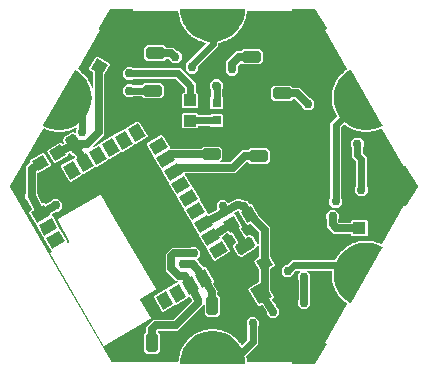
<source format=gbr>
G04 EAGLE Gerber RS-274X export*
G75*
%MOMM*%
%FSLAX34Y34*%
%LPD*%
%INTop Copper*%
%IPPOS*%
%AMOC8*
5,1,8,0,0,1.08239X$1,22.5*%
G01*
%ADD10R,0.800000X0.800000*%
%ADD11R,1.100000X1.000000*%
%ADD12C,0.499997*%
%ADD13C,1.000000*%
%ADD14R,1.270000X1.000000*%
%ADD15R,1.300000X1.500000*%
%ADD16R,1.000000X1.100000*%
%ADD17C,0.609600*%
%ADD18C,0.635000*%
%ADD19C,0.756400*%
%ADD20C,0.254000*%

G36*
X432878Y195718D02*
X432878Y195718D01*
X432956Y195727D01*
X432975Y195738D01*
X432997Y195742D01*
X433061Y195786D01*
X433129Y195825D01*
X433145Y195844D01*
X433161Y195855D01*
X433185Y195893D01*
X433235Y195953D01*
X442735Y212453D01*
X442744Y212480D01*
X442760Y212504D01*
X442775Y212574D01*
X442798Y212642D01*
X442795Y212670D01*
X442801Y212698D01*
X442788Y212769D01*
X442782Y212840D01*
X442769Y212865D01*
X442763Y212893D01*
X442723Y212953D01*
X442690Y213016D01*
X442668Y213034D01*
X442652Y213058D01*
X442569Y213116D01*
X442537Y213143D01*
X442526Y213146D01*
X442516Y213153D01*
X441197Y213777D01*
X460088Y246497D01*
X460115Y246579D01*
X460147Y246660D01*
X460147Y246674D01*
X460152Y246687D01*
X460145Y246774D01*
X460144Y246860D01*
X460138Y246873D01*
X460137Y246887D01*
X460098Y246964D01*
X460062Y247044D01*
X460052Y247054D01*
X460046Y247066D01*
X460003Y247101D01*
X459934Y247170D01*
X458814Y247933D01*
X458749Y247960D01*
X458687Y247995D01*
X458655Y248000D01*
X458629Y248011D01*
X458577Y248011D01*
X458509Y248021D01*
X458503Y248020D01*
X458028Y248462D01*
X457998Y248480D01*
X457968Y248509D01*
X457432Y248874D01*
X457431Y248880D01*
X457404Y248945D01*
X457386Y249013D01*
X457366Y249039D01*
X457356Y249065D01*
X457319Y249102D01*
X457278Y249157D01*
X455539Y250770D01*
X455479Y250806D01*
X455423Y250850D01*
X455392Y250860D01*
X455368Y250874D01*
X455317Y250882D01*
X455250Y250902D01*
X455245Y250902D01*
X454840Y251410D01*
X454814Y251432D01*
X454789Y251465D01*
X454313Y251906D01*
X454313Y251912D01*
X454296Y251980D01*
X454288Y252051D01*
X454272Y252079D01*
X454266Y252107D01*
X454235Y252148D01*
X454202Y252209D01*
X452723Y254063D01*
X452669Y254108D01*
X452621Y254159D01*
X452591Y254173D01*
X452570Y254191D01*
X452520Y254207D01*
X452458Y254236D01*
X452452Y254238D01*
X452128Y254800D01*
X452105Y254826D01*
X452085Y254862D01*
X451680Y255369D01*
X451681Y255375D01*
X451675Y255445D01*
X451677Y255516D01*
X451666Y255547D01*
X451664Y255575D01*
X451640Y255620D01*
X451616Y255685D01*
X450430Y257739D01*
X450383Y257792D01*
X450343Y257850D01*
X450316Y257868D01*
X450297Y257889D01*
X450251Y257911D01*
X450193Y257950D01*
X450188Y257952D01*
X449951Y258556D01*
X449932Y258585D01*
X449918Y258624D01*
X449593Y259186D01*
X449595Y259191D01*
X449599Y259262D01*
X449612Y259331D01*
X449606Y259363D01*
X449607Y259391D01*
X449590Y259440D01*
X449577Y259508D01*
X448710Y261715D01*
X448672Y261774D01*
X448641Y261838D01*
X448616Y261860D01*
X448601Y261884D01*
X448559Y261913D01*
X448507Y261959D01*
X448503Y261962D01*
X448358Y262595D01*
X448344Y262626D01*
X448336Y262667D01*
X448099Y263271D01*
X448101Y263276D01*
X448116Y263345D01*
X448139Y263412D01*
X448137Y263445D01*
X448143Y263472D01*
X448133Y263523D01*
X448130Y263592D01*
X447602Y265904D01*
X447573Y265968D01*
X447552Y266035D01*
X447531Y266061D01*
X447519Y266086D01*
X447482Y266121D01*
X447438Y266175D01*
X447434Y266179D01*
X447385Y266826D01*
X447376Y266859D01*
X447374Y266901D01*
X447229Y267533D01*
X447232Y267538D01*
X447257Y267604D01*
X447290Y267667D01*
X447293Y267699D01*
X447303Y267726D01*
X447301Y267777D01*
X447308Y267846D01*
X447131Y270211D01*
X447111Y270278D01*
X447101Y270348D01*
X447084Y270377D01*
X447076Y270404D01*
X447044Y270444D01*
X447009Y270504D01*
X447005Y270508D01*
X447054Y271155D01*
X447049Y271189D01*
X447054Y271231D01*
X447005Y271878D01*
X447009Y271882D01*
X447043Y271943D01*
X447085Y272000D01*
X447093Y272032D01*
X447107Y272057D01*
X447113Y272108D01*
X447130Y272175D01*
X447297Y274410D01*
X447294Y274434D01*
X447298Y274458D01*
X447281Y274533D01*
X447272Y274609D01*
X447260Y274630D01*
X447254Y274654D01*
X447210Y274717D01*
X447172Y274783D01*
X447152Y274798D01*
X447138Y274817D01*
X447073Y274858D01*
X447012Y274904D01*
X446989Y274910D01*
X446968Y274923D01*
X446872Y274941D01*
X446818Y274955D01*
X446805Y274953D01*
X446791Y274955D01*
X426940Y274955D01*
X426938Y274955D01*
X426935Y274955D01*
X426840Y274935D01*
X426744Y274916D01*
X426741Y274914D01*
X426739Y274914D01*
X426658Y274858D01*
X426578Y274803D01*
X426576Y274801D01*
X426574Y274799D01*
X426521Y274716D01*
X426469Y274635D01*
X426468Y274632D01*
X426467Y274630D01*
X426450Y274534D01*
X426433Y274438D01*
X426434Y274435D01*
X426433Y274433D01*
X426455Y274338D01*
X426477Y274242D01*
X426478Y274240D01*
X426479Y274237D01*
X426581Y274089D01*
X428725Y271946D01*
X428725Y268772D01*
X428735Y268721D01*
X428751Y268612D01*
X428751Y268610D01*
X428741Y268550D01*
X428726Y268496D01*
X428728Y268480D01*
X428725Y268463D01*
X428725Y267550D01*
X428520Y267345D01*
X428516Y267339D01*
X428510Y267334D01*
X428461Y267256D01*
X428409Y267178D01*
X428408Y267171D01*
X428404Y267164D01*
X428372Y266987D01*
X428372Y250665D01*
X428373Y250657D01*
X428372Y250650D01*
X428393Y250560D01*
X428411Y250469D01*
X428416Y250462D01*
X428418Y250455D01*
X428520Y250307D01*
X428979Y249848D01*
X428979Y245452D01*
X425870Y242343D01*
X421474Y242343D01*
X418365Y245452D01*
X418365Y249848D01*
X418824Y250307D01*
X418828Y250313D01*
X418834Y250318D01*
X418883Y250396D01*
X418935Y250474D01*
X418936Y250481D01*
X418940Y250488D01*
X418972Y250665D01*
X418972Y266479D01*
X418971Y266487D01*
X418972Y266494D01*
X418951Y266584D01*
X418933Y266675D01*
X418928Y266682D01*
X418926Y266689D01*
X418824Y266837D01*
X418111Y267550D01*
X418111Y271946D01*
X420255Y274089D01*
X420256Y274092D01*
X420258Y274093D01*
X420311Y274174D01*
X420365Y274256D01*
X420366Y274259D01*
X420367Y274261D01*
X420384Y274356D01*
X420403Y274453D01*
X420403Y274456D01*
X420403Y274458D01*
X420382Y274555D01*
X420361Y274649D01*
X420360Y274651D01*
X420359Y274654D01*
X420303Y274734D01*
X420247Y274814D01*
X420245Y274815D01*
X420243Y274817D01*
X420161Y274869D01*
X420078Y274921D01*
X420075Y274922D01*
X420073Y274923D01*
X419896Y274955D01*
X417014Y274955D01*
X417006Y274954D01*
X416999Y274955D01*
X416909Y274934D01*
X416818Y274916D01*
X416811Y274911D01*
X416804Y274909D01*
X416656Y274807D01*
X415411Y273562D01*
X415407Y273556D01*
X415401Y273551D01*
X415352Y273473D01*
X415300Y273396D01*
X415299Y273388D01*
X415295Y273381D01*
X415263Y273204D01*
X415263Y272376D01*
X412154Y269267D01*
X407758Y269267D01*
X404649Y272376D01*
X404649Y276772D01*
X407758Y279881D01*
X408586Y279881D01*
X408594Y279882D01*
X408601Y279881D01*
X408691Y279902D01*
X408782Y279920D01*
X408789Y279925D01*
X408796Y279927D01*
X408944Y280029D01*
X413016Y284101D01*
X449703Y284101D01*
X449714Y284103D01*
X449725Y284101D01*
X449812Y284123D01*
X449899Y284140D01*
X449909Y284147D01*
X449920Y284150D01*
X449991Y284203D01*
X450065Y284253D01*
X450071Y284263D01*
X450080Y284269D01*
X450167Y284410D01*
X450174Y284421D01*
X450174Y284422D01*
X450175Y284423D01*
X450180Y284435D01*
X450185Y284438D01*
X450243Y284478D01*
X450305Y284511D01*
X450326Y284536D01*
X450349Y284553D01*
X450376Y284596D01*
X450421Y284649D01*
X451606Y286703D01*
X451629Y286770D01*
X451659Y286834D01*
X451661Y286866D01*
X451670Y286893D01*
X451666Y286944D01*
X451671Y287014D01*
X451670Y287019D01*
X452075Y287526D01*
X452091Y287557D01*
X452117Y287589D01*
X452442Y288151D01*
X452447Y288153D01*
X452510Y288184D01*
X452577Y288208D01*
X452601Y288229D01*
X452626Y288242D01*
X452660Y288281D01*
X452712Y288326D01*
X454190Y290181D01*
X454222Y290244D01*
X454262Y290302D01*
X454269Y290334D01*
X454282Y290359D01*
X454286Y290411D01*
X454300Y290478D01*
X454300Y290484D01*
X454776Y290925D01*
X454796Y290953D01*
X454828Y290981D01*
X455232Y291488D01*
X455237Y291489D01*
X455305Y291510D01*
X455374Y291524D01*
X455402Y291542D01*
X455428Y291550D01*
X455467Y291584D01*
X455526Y291621D01*
X457263Y293235D01*
X457305Y293292D01*
X457352Y293344D01*
X457364Y293375D01*
X457380Y293397D01*
X457392Y293448D01*
X457417Y293512D01*
X457418Y293518D01*
X457954Y293883D01*
X457978Y293908D01*
X458013Y293931D01*
X458489Y294372D01*
X458494Y294372D01*
X458564Y294383D01*
X458634Y294386D01*
X458664Y294400D01*
X458692Y294404D01*
X458736Y294432D01*
X458799Y294460D01*
X460758Y295796D01*
X460807Y295847D01*
X460862Y295891D01*
X460878Y295920D01*
X460898Y295940D01*
X460917Y295988D01*
X460951Y296048D01*
X460952Y296053D01*
X461537Y296335D01*
X461565Y296356D01*
X461603Y296373D01*
X462139Y296739D01*
X462144Y296738D01*
X462215Y296738D01*
X462285Y296731D01*
X462316Y296740D01*
X462344Y296740D01*
X462392Y296761D01*
X462458Y296779D01*
X464595Y297809D01*
X464651Y297851D01*
X464712Y297887D01*
X464732Y297913D01*
X464754Y297930D01*
X464780Y297974D01*
X464823Y298029D01*
X464825Y298034D01*
X465446Y298225D01*
X465476Y298242D01*
X465516Y298253D01*
X466101Y298534D01*
X466106Y298533D01*
X466176Y298523D01*
X466244Y298505D01*
X466277Y298509D01*
X466304Y298505D01*
X466354Y298518D01*
X466423Y298527D01*
X468689Y299226D01*
X468751Y299260D01*
X468816Y299286D01*
X468840Y299309D01*
X468865Y299322D01*
X468897Y299363D01*
X468947Y299410D01*
X468950Y299415D01*
X469592Y299511D01*
X469625Y299523D01*
X469666Y299528D01*
X470286Y299720D01*
X470291Y299717D01*
X470313Y299711D01*
X470317Y299708D01*
X470330Y299706D01*
X470359Y299697D01*
X470423Y299669D01*
X470456Y299668D01*
X470483Y299660D01*
X470534Y299666D01*
X470604Y299664D01*
X472948Y300018D01*
X473015Y300043D01*
X473083Y300059D01*
X473110Y300077D01*
X473137Y300087D01*
X473175Y300122D01*
X473231Y300161D01*
X473235Y300165D01*
X473884Y300165D01*
X473918Y300172D01*
X473960Y300171D01*
X474601Y300268D01*
X474606Y300265D01*
X474670Y300235D01*
X474730Y300198D01*
X474762Y300192D01*
X474787Y300180D01*
X474839Y300178D01*
X474907Y300166D01*
X477278Y300167D01*
X477348Y300181D01*
X477418Y300186D01*
X477447Y300201D01*
X477475Y300206D01*
X477518Y300235D01*
X477580Y300266D01*
X477584Y300269D01*
X478226Y300173D01*
X478260Y300174D01*
X478301Y300167D01*
X478950Y300167D01*
X478954Y300163D01*
X479013Y300124D01*
X479067Y300078D01*
X479098Y300068D01*
X479121Y300052D01*
X479172Y300043D01*
X479237Y300020D01*
X481582Y299668D01*
X481653Y299671D01*
X481723Y299666D01*
X481754Y299676D01*
X481782Y299678D01*
X481829Y299700D01*
X481874Y299714D01*
X481880Y299716D01*
X481883Y299717D01*
X481895Y299721D01*
X481900Y299724D01*
X482520Y299532D01*
X482554Y299529D01*
X482594Y299516D01*
X483235Y299419D01*
X483239Y299415D01*
X483291Y299367D01*
X483337Y299314D01*
X483366Y299299D01*
X483387Y299280D01*
X483436Y299263D01*
X483497Y299231D01*
X485764Y298533D01*
X485834Y298526D01*
X485903Y298511D01*
X485935Y298516D01*
X485963Y298513D01*
X486012Y298528D01*
X486081Y298539D01*
X486086Y298541D01*
X486671Y298259D01*
X486704Y298251D01*
X486741Y298232D01*
X487361Y298041D01*
X487364Y298036D01*
X487409Y297981D01*
X487446Y297922D01*
X487473Y297902D01*
X487491Y297881D01*
X487536Y297857D01*
X487592Y297816D01*
X488830Y297220D01*
X488914Y297199D01*
X488997Y297173D01*
X489011Y297174D01*
X489024Y297171D01*
X489110Y297184D01*
X489196Y297192D01*
X489209Y297198D01*
X489223Y297200D01*
X489297Y297245D01*
X489373Y297286D01*
X489383Y297298D01*
X489394Y297305D01*
X489427Y297350D01*
X489489Y297424D01*
X508381Y330145D01*
X509618Y329291D01*
X509645Y329280D01*
X509667Y329261D01*
X509736Y329241D01*
X509801Y329213D01*
X509830Y329213D01*
X509858Y329205D01*
X509929Y329213D01*
X510000Y329213D01*
X510027Y329224D01*
X510056Y329227D01*
X510118Y329262D01*
X510183Y329290D01*
X510204Y329310D01*
X510229Y329325D01*
X510292Y329402D01*
X510322Y329432D01*
X510326Y329442D01*
X510335Y329453D01*
X519835Y345953D01*
X519845Y345985D01*
X519854Y345998D01*
X519858Y346022D01*
X519859Y346026D01*
X519890Y346096D01*
X519890Y346120D01*
X519898Y346142D01*
X519892Y346218D01*
X519893Y346295D01*
X519883Y346319D01*
X519882Y346340D01*
X519861Y346379D01*
X519835Y346451D01*
X510335Y362951D01*
X510316Y362973D01*
X510303Y362999D01*
X510250Y363047D01*
X510203Y363100D01*
X510177Y363113D01*
X510156Y363132D01*
X510088Y363155D01*
X510024Y363186D01*
X509995Y363188D01*
X509968Y363197D01*
X509896Y363192D01*
X509825Y363195D01*
X509798Y363185D01*
X509769Y363183D01*
X509679Y363141D01*
X509639Y363126D01*
X509631Y363119D01*
X509618Y363113D01*
X508381Y362259D01*
X489489Y394980D01*
X489432Y395045D01*
X489378Y395113D01*
X489366Y395120D01*
X489357Y395131D01*
X489279Y395168D01*
X489203Y395210D01*
X489189Y395212D01*
X489176Y395218D01*
X489090Y395222D01*
X489004Y395232D01*
X488989Y395228D01*
X488976Y395228D01*
X488924Y395210D01*
X488830Y395184D01*
X487592Y394588D01*
X487536Y394545D01*
X487475Y394510D01*
X487455Y394484D01*
X487432Y394467D01*
X487406Y394422D01*
X487364Y394368D01*
X487361Y394363D01*
X486741Y394172D01*
X486711Y394156D01*
X486671Y394145D01*
X486086Y393863D01*
X486081Y393865D01*
X486011Y393875D01*
X485942Y393893D01*
X485910Y393889D01*
X485882Y393893D01*
X485832Y393879D01*
X485764Y393871D01*
X483497Y393173D01*
X483435Y393139D01*
X483370Y393113D01*
X483346Y393090D01*
X483321Y393077D01*
X483289Y393037D01*
X483239Y392989D01*
X483235Y392985D01*
X482594Y392888D01*
X482561Y392877D01*
X482520Y392872D01*
X481900Y392680D01*
X481895Y392683D01*
X481827Y392703D01*
X481762Y392731D01*
X481730Y392732D01*
X481703Y392740D01*
X481651Y392734D01*
X481582Y392736D01*
X479237Y392384D01*
X479171Y392360D01*
X479102Y392343D01*
X479075Y392325D01*
X479049Y392315D01*
X479011Y392280D01*
X478954Y392241D01*
X478950Y392237D01*
X478301Y392237D01*
X478267Y392230D01*
X478226Y392231D01*
X477584Y392135D01*
X477580Y392138D01*
X477516Y392168D01*
X477456Y392205D01*
X477423Y392211D01*
X477398Y392223D01*
X477346Y392225D01*
X477278Y392237D01*
X474907Y392238D01*
X474838Y392224D01*
X474767Y392219D01*
X474738Y392204D01*
X474711Y392199D01*
X474668Y392170D01*
X474606Y392139D01*
X474601Y392136D01*
X473960Y392233D01*
X473925Y392231D01*
X473884Y392239D01*
X473235Y392239D01*
X473231Y392243D01*
X473173Y392282D01*
X473119Y392327D01*
X473088Y392338D01*
X473064Y392354D01*
X473014Y392363D01*
X472948Y392386D01*
X470604Y392740D01*
X470533Y392736D01*
X470463Y392741D01*
X470431Y392731D01*
X470403Y392730D01*
X470357Y392708D01*
X470291Y392687D01*
X470286Y392684D01*
X469666Y392876D01*
X469632Y392879D01*
X469592Y392893D01*
X468950Y392989D01*
X468947Y392994D01*
X468895Y393041D01*
X468849Y393095D01*
X468819Y393110D01*
X468799Y393129D01*
X468750Y393146D01*
X468689Y393178D01*
X466423Y393877D01*
X466353Y393884D01*
X466284Y393900D01*
X466251Y393895D01*
X466223Y393897D01*
X466174Y393882D01*
X466106Y393871D01*
X466101Y393870D01*
X465516Y394151D01*
X465482Y394160D01*
X465446Y394179D01*
X464825Y394370D01*
X464823Y394375D01*
X464778Y394430D01*
X464740Y394490D01*
X464714Y394509D01*
X464696Y394531D01*
X464651Y394555D01*
X464595Y394595D01*
X462458Y395625D01*
X462390Y395642D01*
X462324Y395668D01*
X462291Y395668D01*
X462264Y395675D01*
X462213Y395667D01*
X462144Y395666D01*
X462139Y395665D01*
X461603Y396031D01*
X461571Y396045D01*
X461537Y396069D01*
X460952Y396351D01*
X460951Y396356D01*
X460915Y396417D01*
X460886Y396481D01*
X460863Y396504D01*
X460848Y396528D01*
X460807Y396559D01*
X460758Y396608D01*
X458799Y397944D01*
X458734Y397972D01*
X458672Y398007D01*
X458640Y398011D01*
X458614Y398022D01*
X458563Y398022D01*
X458494Y398032D01*
X458489Y398032D01*
X458022Y398465D01*
X457941Y398515D01*
X457859Y398566D01*
X457855Y398567D01*
X457851Y398569D01*
X457756Y398584D01*
X457662Y398600D01*
X457658Y398599D01*
X457653Y398600D01*
X457560Y398576D01*
X457467Y398554D01*
X457463Y398552D01*
X457459Y398551D01*
X457428Y398528D01*
X457319Y398452D01*
X455063Y396196D01*
X455059Y396190D01*
X455053Y396185D01*
X455004Y396107D01*
X454952Y396030D01*
X454951Y396022D01*
X454947Y396015D01*
X454915Y395838D01*
X454915Y336644D01*
X454916Y336636D01*
X454915Y336629D01*
X454936Y336539D01*
X454954Y336448D01*
X454959Y336441D01*
X454961Y336434D01*
X455063Y336286D01*
X455649Y335700D01*
X455649Y331304D01*
X452540Y328195D01*
X448144Y328195D01*
X445035Y331304D01*
X445035Y335700D01*
X445621Y336286D01*
X445625Y336292D01*
X445631Y336297D01*
X445680Y336375D01*
X445732Y336453D01*
X445733Y336460D01*
X445737Y336467D01*
X445769Y336644D01*
X445769Y399836D01*
X448596Y402663D01*
X451341Y405408D01*
X451363Y405441D01*
X451393Y405468D01*
X451418Y405524D01*
X451452Y405575D01*
X451460Y405614D01*
X451476Y405650D01*
X451478Y405712D01*
X451490Y405772D01*
X451482Y405811D01*
X451483Y405851D01*
X451459Y405917D01*
X451448Y405968D01*
X451433Y405990D01*
X451422Y406020D01*
X450421Y407755D01*
X450374Y407808D01*
X450334Y407866D01*
X450307Y407884D01*
X450289Y407905D01*
X450242Y407928D01*
X450185Y407966D01*
X450180Y407969D01*
X449943Y408573D01*
X449924Y408602D01*
X449910Y408641D01*
X449586Y409203D01*
X449587Y409208D01*
X449592Y409279D01*
X449604Y409348D01*
X449598Y409380D01*
X449600Y409408D01*
X449583Y409457D01*
X449569Y409525D01*
X448704Y411733D01*
X448666Y411792D01*
X448635Y411855D01*
X448610Y411878D01*
X448595Y411901D01*
X448553Y411930D01*
X448502Y411977D01*
X448497Y411980D01*
X448353Y412613D01*
X448338Y412644D01*
X448330Y412685D01*
X448093Y413289D01*
X448096Y413294D01*
X448111Y413363D01*
X448134Y413430D01*
X448132Y413463D01*
X448138Y413490D01*
X448129Y413541D01*
X448125Y413610D01*
X447598Y415922D01*
X447570Y415986D01*
X447548Y416054D01*
X447528Y416079D01*
X447516Y416105D01*
X447478Y416140D01*
X447435Y416194D01*
X447431Y416197D01*
X447382Y416844D01*
X447373Y416878D01*
X447371Y416919D01*
X447227Y417552D01*
X447230Y417557D01*
X447255Y417623D01*
X447288Y417685D01*
X447291Y417718D01*
X447301Y417744D01*
X447299Y417796D01*
X447306Y417864D01*
X447130Y420229D01*
X447111Y420297D01*
X447100Y420367D01*
X447083Y420395D01*
X447076Y420422D01*
X447044Y420462D01*
X447009Y420522D01*
X447005Y420526D01*
X447054Y421173D01*
X447049Y421208D01*
X447054Y421249D01*
X447005Y421896D01*
X447009Y421900D01*
X447044Y421962D01*
X447085Y422019D01*
X447094Y422051D01*
X447107Y422075D01*
X447113Y422127D01*
X447131Y422193D01*
X447308Y424558D01*
X447300Y424628D01*
X447299Y424699D01*
X447287Y424729D01*
X447284Y424757D01*
X447258Y424802D01*
X447232Y424866D01*
X447229Y424871D01*
X447374Y425503D01*
X447375Y425538D01*
X447385Y425578D01*
X447434Y426225D01*
X447438Y426229D01*
X447482Y426285D01*
X447531Y426335D01*
X447544Y426365D01*
X447561Y426387D01*
X447575Y426437D01*
X447602Y426500D01*
X448130Y428812D01*
X448132Y428883D01*
X448142Y428953D01*
X448135Y428984D01*
X448135Y429012D01*
X448117Y429061D01*
X448101Y429128D01*
X448099Y429133D01*
X448336Y429737D01*
X448342Y429771D01*
X448358Y429809D01*
X448503Y430442D01*
X448507Y430445D01*
X448559Y430493D01*
X448615Y430536D01*
X448632Y430563D01*
X448653Y430583D01*
X448674Y430630D01*
X448710Y430689D01*
X449577Y432896D01*
X449589Y432966D01*
X449610Y433033D01*
X449607Y433066D01*
X449612Y433093D01*
X449601Y433144D01*
X449595Y433213D01*
X449593Y433218D01*
X449918Y433780D01*
X449929Y433813D01*
X449951Y433848D01*
X450188Y434452D01*
X450193Y434454D01*
X450251Y434495D01*
X450313Y434528D01*
X450335Y434553D01*
X450358Y434569D01*
X450385Y434613D01*
X450430Y434665D01*
X451616Y436719D01*
X451639Y436786D01*
X451669Y436849D01*
X451671Y436882D01*
X451680Y436909D01*
X451676Y436960D01*
X451681Y437029D01*
X451680Y437035D01*
X452085Y437542D01*
X452101Y437573D01*
X452128Y437604D01*
X452452Y438166D01*
X452458Y438168D01*
X452502Y438190D01*
X452527Y438195D01*
X452547Y438208D01*
X452588Y438223D01*
X452612Y438244D01*
X452637Y438257D01*
X452665Y438288D01*
X452693Y438307D01*
X452704Y438324D01*
X452723Y438341D01*
X454202Y440195D01*
X454234Y440258D01*
X454274Y440316D01*
X454281Y440348D01*
X454294Y440373D01*
X454298Y440425D01*
X454313Y440492D01*
X454313Y440498D01*
X454789Y440939D01*
X454809Y440967D01*
X454840Y440994D01*
X455245Y441502D01*
X455250Y441502D01*
X455318Y441524D01*
X455387Y441537D01*
X455415Y441555D01*
X455441Y441564D01*
X455481Y441597D01*
X455539Y441634D01*
X457278Y443247D01*
X457319Y443304D01*
X457367Y443356D01*
X457378Y443387D01*
X457395Y443409D01*
X457406Y443460D01*
X457431Y443524D01*
X457432Y443530D01*
X457968Y443895D01*
X457993Y443920D01*
X458028Y443942D01*
X458503Y444384D01*
X458509Y444383D01*
X458579Y444395D01*
X458649Y444398D01*
X458679Y444411D01*
X458707Y444415D01*
X458751Y444443D01*
X458814Y444471D01*
X459934Y445234D01*
X459994Y445296D01*
X460058Y445355D01*
X460064Y445368D01*
X460074Y445378D01*
X460106Y445458D01*
X460142Y445537D01*
X460143Y445551D01*
X460148Y445564D01*
X460146Y445651D01*
X460149Y445737D01*
X460144Y445751D01*
X460143Y445764D01*
X460121Y445815D01*
X460088Y445907D01*
X441197Y478627D01*
X442516Y479251D01*
X442538Y479268D01*
X442565Y479278D01*
X442617Y479327D01*
X442675Y479370D01*
X442689Y479395D01*
X442710Y479414D01*
X442739Y479480D01*
X442775Y479542D01*
X442778Y479570D01*
X442790Y479596D01*
X442791Y479668D01*
X442800Y479739D01*
X442792Y479766D01*
X442793Y479795D01*
X442757Y479890D01*
X442746Y479930D01*
X442739Y479939D01*
X442735Y479951D01*
X433235Y496451D01*
X433183Y496510D01*
X433137Y496572D01*
X433118Y496583D01*
X433103Y496600D01*
X433033Y496634D01*
X432966Y496674D01*
X432942Y496678D01*
X432924Y496686D01*
X432879Y496688D01*
X432802Y496701D01*
X413802Y496701D01*
X413774Y496696D01*
X413746Y496698D01*
X413678Y496676D01*
X413607Y496662D01*
X413584Y496646D01*
X413557Y496637D01*
X413502Y496590D01*
X413443Y496549D01*
X413428Y496525D01*
X413407Y496507D01*
X413375Y496442D01*
X413336Y496382D01*
X413331Y496354D01*
X413319Y496328D01*
X413310Y496227D01*
X413303Y496185D01*
X413305Y496175D01*
X413304Y496162D01*
X413422Y494685D01*
X375589Y494685D01*
X375504Y494668D01*
X375419Y494656D01*
X375407Y494648D01*
X375393Y494646D01*
X375321Y494597D01*
X375247Y494552D01*
X375239Y494541D01*
X375227Y494533D01*
X375180Y494461D01*
X375129Y494390D01*
X375125Y494376D01*
X375118Y494365D01*
X375108Y494310D01*
X375084Y494216D01*
X374982Y492857D01*
X374991Y492787D01*
X374991Y492717D01*
X375003Y492686D01*
X375007Y492658D01*
X375032Y492614D01*
X375058Y492550D01*
X375061Y492545D01*
X374917Y491912D01*
X374916Y491878D01*
X374905Y491837D01*
X374857Y491190D01*
X374853Y491187D01*
X374809Y491131D01*
X374760Y491081D01*
X374747Y491051D01*
X374730Y491028D01*
X374716Y490979D01*
X374689Y490915D01*
X374162Y488605D01*
X374160Y488535D01*
X374150Y488465D01*
X374157Y488433D01*
X374157Y488405D01*
X374175Y488357D01*
X374191Y488290D01*
X374194Y488285D01*
X373957Y487681D01*
X373950Y487646D01*
X373934Y487608D01*
X373790Y486975D01*
X373785Y486972D01*
X373734Y486924D01*
X373677Y486882D01*
X373660Y486854D01*
X373640Y486834D01*
X373619Y486787D01*
X373583Y486728D01*
X372717Y484523D01*
X372705Y484453D01*
X372685Y484386D01*
X372687Y484353D01*
X372682Y484326D01*
X372694Y484275D01*
X372700Y484206D01*
X372701Y484201D01*
X372377Y483639D01*
X372365Y483606D01*
X372344Y483571D01*
X372107Y482967D01*
X372101Y482965D01*
X372044Y482924D01*
X371981Y482891D01*
X371960Y482866D01*
X371937Y482850D01*
X371910Y482806D01*
X371865Y482753D01*
X370680Y480702D01*
X370658Y480635D01*
X370628Y480571D01*
X370625Y480538D01*
X370617Y480512D01*
X370620Y480460D01*
X370616Y480391D01*
X370616Y480386D01*
X370212Y479878D01*
X370196Y479847D01*
X370169Y479816D01*
X369845Y479254D01*
X369839Y479252D01*
X369776Y479221D01*
X369710Y479197D01*
X369685Y479176D01*
X369660Y479163D01*
X369626Y479124D01*
X369590Y479092D01*
X369587Y479090D01*
X369586Y479089D01*
X369574Y479079D01*
X368097Y477226D01*
X368065Y477164D01*
X368025Y477105D01*
X368018Y477073D01*
X368005Y477048D01*
X368001Y476997D01*
X367987Y476929D01*
X367986Y476924D01*
X367511Y476482D01*
X367490Y476454D01*
X367459Y476427D01*
X367055Y475919D01*
X367049Y475919D01*
X366982Y475897D01*
X366913Y475884D01*
X366885Y475866D01*
X366858Y475857D01*
X366819Y475824D01*
X366761Y475786D01*
X365024Y474175D01*
X364983Y474118D01*
X364935Y474066D01*
X364923Y474035D01*
X364907Y474012D01*
X364895Y473962D01*
X364871Y473897D01*
X364870Y473892D01*
X364334Y473527D01*
X364309Y473502D01*
X364274Y473479D01*
X363799Y473038D01*
X363793Y473038D01*
X363724Y473027D01*
X363653Y473024D01*
X363623Y473010D01*
X363595Y473006D01*
X363552Y472979D01*
X363488Y472950D01*
X361531Y471616D01*
X361482Y471565D01*
X361427Y471521D01*
X361410Y471492D01*
X361391Y471472D01*
X361372Y471424D01*
X361338Y471364D01*
X361336Y471359D01*
X360751Y471077D01*
X360724Y471056D01*
X360686Y471039D01*
X360150Y470674D01*
X360144Y470675D01*
X360074Y470674D01*
X360003Y470682D01*
X359972Y470673D01*
X359944Y470673D01*
X359897Y470652D01*
X359830Y470634D01*
X357695Y469606D01*
X357639Y469563D01*
X357578Y469527D01*
X357558Y469502D01*
X357536Y469485D01*
X357510Y469440D01*
X357467Y469386D01*
X357464Y469381D01*
X356844Y469190D01*
X356814Y469173D01*
X356774Y469162D01*
X356189Y468880D01*
X356184Y468882D01*
X356114Y468892D01*
X356046Y468910D01*
X356013Y468906D01*
X355985Y468910D01*
X355935Y468896D01*
X355867Y468888D01*
X353603Y468190D01*
X353541Y468156D01*
X353475Y468130D01*
X353452Y468107D01*
X353427Y468094D01*
X353395Y468054D01*
X353344Y468006D01*
X353341Y468002D01*
X352700Y467905D01*
X352667Y467893D01*
X352626Y467888D01*
X352005Y467697D01*
X352001Y467700D01*
X351933Y467719D01*
X351868Y467747D01*
X351835Y467748D01*
X351808Y467756D01*
X351757Y467751D01*
X351688Y467753D01*
X351206Y467680D01*
X351142Y467657D01*
X351076Y467642D01*
X351049Y467623D01*
X351018Y467612D01*
X350968Y467565D01*
X350913Y467526D01*
X350895Y467498D01*
X350871Y467476D01*
X350843Y467414D01*
X350807Y467356D01*
X350800Y467321D01*
X350788Y467293D01*
X350786Y467243D01*
X350775Y467178D01*
X350775Y464450D01*
X334131Y447806D01*
X334127Y447800D01*
X334121Y447795D01*
X334072Y447717D01*
X334020Y447640D01*
X334019Y447632D01*
X334015Y447625D01*
X333983Y447448D01*
X333983Y444842D01*
X330874Y441733D01*
X326478Y441733D01*
X323369Y444842D01*
X323369Y449238D01*
X323955Y449824D01*
X323959Y449830D01*
X323965Y449835D01*
X324014Y449913D01*
X324066Y449991D01*
X324067Y449998D01*
X324071Y450005D01*
X324103Y450182D01*
X324103Y450712D01*
X340330Y466939D01*
X340346Y466962D01*
X340367Y466980D01*
X340401Y467045D01*
X340441Y467106D01*
X340446Y467133D01*
X340459Y467158D01*
X340465Y467231D01*
X340479Y467303D01*
X340473Y467330D01*
X340475Y467358D01*
X340452Y467427D01*
X340437Y467499D01*
X340421Y467522D01*
X340413Y467548D01*
X340365Y467604D01*
X340323Y467664D01*
X340299Y467679D01*
X340281Y467700D01*
X340201Y467741D01*
X340154Y467771D01*
X340138Y467774D01*
X340121Y467783D01*
X339778Y467888D01*
X339744Y467892D01*
X339704Y467905D01*
X339063Y468002D01*
X339060Y468006D01*
X339007Y468054D01*
X338961Y468107D01*
X338932Y468122D01*
X338911Y468141D01*
X338862Y468158D01*
X338801Y468190D01*
X336537Y468888D01*
X336467Y468895D01*
X336398Y468910D01*
X336366Y468905D01*
X336338Y468908D01*
X336288Y468893D01*
X336220Y468882D01*
X336215Y468880D01*
X335630Y469162D01*
X335597Y469170D01*
X335560Y469190D01*
X334940Y469381D01*
X334937Y469386D01*
X334892Y469440D01*
X334854Y469500D01*
X334828Y469519D01*
X334810Y469541D01*
X334765Y469565D01*
X334709Y469606D01*
X332574Y470634D01*
X332506Y470651D01*
X332440Y470677D01*
X332407Y470676D01*
X332380Y470683D01*
X332329Y470676D01*
X332260Y470675D01*
X332254Y470674D01*
X331718Y471039D01*
X331686Y471053D01*
X331653Y471077D01*
X331068Y471359D01*
X331066Y471364D01*
X331030Y471425D01*
X331002Y471489D01*
X330978Y471512D01*
X330964Y471537D01*
X330922Y471567D01*
X330873Y471616D01*
X328916Y472950D01*
X328851Y472978D01*
X328789Y473013D01*
X328757Y473017D01*
X328731Y473028D01*
X328680Y473028D01*
X328611Y473038D01*
X328605Y473038D01*
X328130Y473479D01*
X328100Y473497D01*
X328070Y473527D01*
X327534Y473892D01*
X327533Y473897D01*
X327507Y473963D01*
X327488Y474031D01*
X327468Y474057D01*
X327458Y474083D01*
X327421Y474120D01*
X327380Y474175D01*
X325643Y475786D01*
X325583Y475823D01*
X325528Y475867D01*
X325496Y475876D01*
X325472Y475891D01*
X325421Y475899D01*
X325355Y475919D01*
X325349Y475919D01*
X324945Y476427D01*
X324918Y476449D01*
X324893Y476482D01*
X324418Y476924D01*
X324417Y476929D01*
X324401Y476998D01*
X324393Y477068D01*
X324377Y477097D01*
X324371Y477124D01*
X324340Y477165D01*
X324307Y477226D01*
X322830Y479079D01*
X322808Y479097D01*
X322803Y479105D01*
X322788Y479113D01*
X322776Y479124D01*
X322728Y479175D01*
X322698Y479189D01*
X322677Y479207D01*
X322627Y479223D01*
X322565Y479252D01*
X322559Y479254D01*
X322235Y479816D01*
X322212Y479842D01*
X322192Y479878D01*
X321788Y480386D01*
X321788Y480391D01*
X321782Y480462D01*
X321784Y480532D01*
X321773Y480563D01*
X321771Y480591D01*
X321747Y480637D01*
X321724Y480702D01*
X320539Y482753D01*
X320492Y482806D01*
X320452Y482864D01*
X320425Y482883D01*
X320406Y482904D01*
X320360Y482926D01*
X320303Y482965D01*
X320297Y482967D01*
X320060Y483571D01*
X320042Y483600D01*
X320027Y483639D01*
X319703Y484201D01*
X319704Y484206D01*
X319709Y484277D01*
X319722Y484346D01*
X319715Y484378D01*
X319717Y484406D01*
X319700Y484455D01*
X319687Y484523D01*
X318821Y486728D01*
X318783Y486788D01*
X318752Y486851D01*
X318728Y486873D01*
X318713Y486897D01*
X318670Y486926D01*
X318619Y486973D01*
X318614Y486975D01*
X318470Y487608D01*
X318456Y487640D01*
X318447Y487681D01*
X318210Y488285D01*
X318213Y488290D01*
X318227Y488359D01*
X318250Y488425D01*
X318249Y488458D01*
X318255Y488486D01*
X318245Y488536D01*
X318242Y488605D01*
X317715Y490915D01*
X317686Y490979D01*
X317665Y491047D01*
X317644Y491072D01*
X317633Y491098D01*
X317595Y491133D01*
X317551Y491187D01*
X317547Y491190D01*
X317499Y491837D01*
X317489Y491871D01*
X317487Y491912D01*
X317343Y492545D01*
X317346Y492550D01*
X317371Y492616D01*
X317404Y492678D01*
X317407Y492711D01*
X317417Y492737D01*
X317415Y492789D01*
X317422Y492857D01*
X317320Y494216D01*
X317297Y494299D01*
X317278Y494384D01*
X317270Y494395D01*
X317266Y494409D01*
X317213Y494476D01*
X317162Y494547D01*
X317150Y494555D01*
X317142Y494566D01*
X317066Y494607D01*
X316992Y494653D01*
X316977Y494656D01*
X316966Y494662D01*
X316910Y494668D01*
X316815Y494685D01*
X278982Y494685D01*
X279100Y496162D01*
X279096Y496191D01*
X279101Y496219D01*
X279084Y496288D01*
X279076Y496360D01*
X279062Y496384D01*
X279055Y496412D01*
X279012Y496470D01*
X278977Y496532D01*
X278954Y496549D01*
X278937Y496572D01*
X278875Y496609D01*
X278818Y496652D01*
X278790Y496659D01*
X278766Y496674D01*
X278666Y496690D01*
X278625Y496701D01*
X278615Y496699D01*
X278602Y496701D01*
X259602Y496701D01*
X259526Y496686D01*
X259448Y496677D01*
X259429Y496666D01*
X259407Y496662D01*
X259343Y496618D01*
X259275Y496579D01*
X259259Y496560D01*
X259243Y496549D01*
X259219Y496511D01*
X259169Y496451D01*
X249669Y479951D01*
X249660Y479924D01*
X249644Y479900D01*
X249629Y479830D01*
X249606Y479762D01*
X249609Y479734D01*
X249603Y479706D01*
X249617Y479636D01*
X249622Y479564D01*
X249635Y479539D01*
X249641Y479511D01*
X249681Y479451D01*
X249714Y479388D01*
X249736Y479370D01*
X249752Y479346D01*
X249835Y479288D01*
X249867Y479261D01*
X249878Y479258D01*
X249889Y479251D01*
X251207Y478627D01*
X232316Y445907D01*
X232289Y445825D01*
X232257Y445744D01*
X232257Y445730D01*
X232252Y445717D01*
X232259Y445630D01*
X232260Y445544D01*
X232266Y445531D01*
X232267Y445517D01*
X232306Y445440D01*
X232342Y445360D01*
X232352Y445350D01*
X232358Y445338D01*
X232401Y445302D01*
X232470Y445234D01*
X233590Y444471D01*
X233655Y444444D01*
X233717Y444409D01*
X233749Y444404D01*
X233775Y444393D01*
X233827Y444393D01*
X233895Y444383D01*
X233901Y444383D01*
X234376Y443942D01*
X234406Y443924D01*
X234436Y443895D01*
X234972Y443530D01*
X234973Y443524D01*
X235000Y443459D01*
X235018Y443391D01*
X235038Y443365D01*
X235048Y443339D01*
X235085Y443302D01*
X235126Y443247D01*
X236865Y441634D01*
X236926Y441598D01*
X236981Y441554D01*
X237012Y441544D01*
X237036Y441530D01*
X237087Y441522D01*
X237154Y441502D01*
X237159Y441502D01*
X237564Y440994D01*
X237590Y440972D01*
X237615Y440939D01*
X238091Y440498D01*
X238091Y440492D01*
X238108Y440424D01*
X238116Y440353D01*
X238132Y440325D01*
X238138Y440297D01*
X238169Y440256D01*
X238202Y440195D01*
X239681Y438341D01*
X239708Y438319D01*
X239726Y438293D01*
X239754Y438276D01*
X239783Y438245D01*
X239813Y438231D01*
X239834Y438213D01*
X239877Y438199D01*
X239896Y438187D01*
X239910Y438185D01*
X239946Y438168D01*
X239952Y438166D01*
X240276Y437604D01*
X240299Y437578D01*
X240319Y437542D01*
X240724Y437035D01*
X240723Y437029D01*
X240729Y436959D01*
X240727Y436888D01*
X240738Y436857D01*
X240740Y436829D01*
X240764Y436784D01*
X240788Y436719D01*
X241974Y434665D01*
X242021Y434612D01*
X242061Y434554D01*
X242088Y434536D01*
X242107Y434515D01*
X242153Y434493D01*
X242211Y434454D01*
X242216Y434452D01*
X242453Y433848D01*
X242472Y433819D01*
X242486Y433780D01*
X242811Y433218D01*
X242809Y433213D01*
X242805Y433142D01*
X242792Y433073D01*
X242798Y433041D01*
X242797Y433013D01*
X242814Y432964D01*
X242827Y432896D01*
X243694Y430689D01*
X243732Y430630D01*
X243763Y430566D01*
X243788Y430544D01*
X243803Y430520D01*
X243845Y430491D01*
X243897Y430445D01*
X243901Y430442D01*
X244046Y429809D01*
X244060Y429778D01*
X244068Y429738D01*
X244070Y429731D01*
X244074Y429725D01*
X244075Y429719D01*
X244109Y429670D01*
X244128Y429627D01*
X244151Y429605D01*
X244179Y429562D01*
X244184Y429558D01*
X244188Y429553D01*
X244252Y429511D01*
X244275Y429490D01*
X244294Y429483D01*
X244344Y429449D01*
X244351Y429447D01*
X244356Y429444D01*
X244445Y429428D01*
X244463Y429421D01*
X244475Y429422D01*
X244540Y429408D01*
X244547Y429409D01*
X244553Y429408D01*
X244645Y429429D01*
X244651Y429430D01*
X244663Y429430D01*
X244670Y429433D01*
X244737Y429447D01*
X244743Y429450D01*
X244749Y429452D01*
X244826Y429506D01*
X244833Y429511D01*
X244844Y429516D01*
X244849Y429522D01*
X244903Y429558D01*
X244907Y429564D01*
X244912Y429568D01*
X244962Y429647D01*
X244964Y429650D01*
X244978Y429666D01*
X244982Y429678D01*
X245014Y429726D01*
X245015Y429732D01*
X245018Y429738D01*
X245036Y429834D01*
X245043Y429855D01*
X245042Y429871D01*
X245050Y429915D01*
X245050Y442879D01*
X245036Y442952D01*
X245029Y443025D01*
X245016Y443049D01*
X245011Y443076D01*
X244969Y443137D01*
X244934Y443202D01*
X244912Y443221D01*
X244898Y443241D01*
X244853Y443271D01*
X244797Y443318D01*
X241940Y444968D01*
X241613Y446188D01*
X247244Y455942D01*
X248464Y456269D01*
X259084Y450138D01*
X259411Y448917D01*
X254518Y440441D01*
X254504Y440401D01*
X254487Y440374D01*
X254485Y440371D01*
X254482Y440365D01*
X254470Y440299D01*
X254454Y440251D01*
X254456Y440222D01*
X254450Y440188D01*
X254450Y389987D01*
X251548Y387086D01*
X245046Y380583D01*
X245026Y380554D01*
X245000Y380531D01*
X244971Y380472D01*
X244935Y380416D01*
X244928Y380382D01*
X244913Y380351D01*
X244910Y380285D01*
X244897Y380219D01*
X244904Y380185D01*
X244903Y380151D01*
X244925Y380088D01*
X244939Y380023D01*
X244959Y379995D01*
X244970Y379962D01*
X245015Y379913D01*
X245053Y379859D01*
X245082Y379840D01*
X245106Y379814D01*
X245166Y379787D01*
X245222Y379751D01*
X245257Y379745D01*
X245288Y379731D01*
X245354Y379729D01*
X245420Y379718D01*
X245454Y379726D01*
X245488Y379724D01*
X245562Y379751D01*
X245615Y379763D01*
X245635Y379777D01*
X245658Y379785D01*
X249976Y382278D01*
X250467Y382147D01*
X250473Y382146D01*
X250477Y382144D01*
X250572Y382140D01*
X250667Y382134D01*
X250672Y382136D01*
X250678Y382136D01*
X250767Y382169D01*
X250857Y382200D01*
X250861Y382203D01*
X250866Y382205D01*
X250935Y382270D01*
X251006Y382334D01*
X251008Y382339D01*
X251012Y382342D01*
X251089Y382505D01*
X251220Y382997D01*
X260974Y388628D01*
X261466Y388497D01*
X261471Y388496D01*
X261476Y388494D01*
X261571Y388490D01*
X261666Y388484D01*
X261671Y388486D01*
X261676Y388486D01*
X261765Y388519D01*
X261855Y388550D01*
X261859Y388553D01*
X261864Y388555D01*
X261933Y388620D01*
X262004Y388684D01*
X262007Y388689D01*
X262010Y388692D01*
X262087Y388855D01*
X262219Y389347D01*
X271973Y394978D01*
X272464Y394847D01*
X272470Y394846D01*
X272474Y394844D01*
X272569Y394840D01*
X272665Y394834D01*
X272669Y394836D01*
X272675Y394836D01*
X272764Y394869D01*
X272854Y394900D01*
X272858Y394903D01*
X272863Y394905D01*
X272933Y394971D01*
X273003Y395034D01*
X273005Y395039D01*
X273009Y395042D01*
X273086Y395205D01*
X273217Y395697D01*
X282972Y401328D01*
X284192Y401001D01*
X291173Y388909D01*
X290846Y387689D01*
X281092Y382057D01*
X280601Y382189D01*
X280595Y382189D01*
X280591Y382192D01*
X280496Y382196D01*
X280401Y382202D01*
X280396Y382200D01*
X280390Y382200D01*
X280301Y382167D01*
X280211Y382136D01*
X280207Y382132D01*
X280202Y382130D01*
X280133Y382065D01*
X280062Y382002D01*
X280060Y381997D01*
X280056Y381993D01*
X279979Y381830D01*
X279848Y381339D01*
X270094Y375707D01*
X269602Y375839D01*
X269597Y375839D01*
X269592Y375842D01*
X269497Y375846D01*
X269402Y375852D01*
X269397Y375850D01*
X269392Y375850D01*
X269302Y375817D01*
X269213Y375786D01*
X269209Y375782D01*
X269204Y375780D01*
X269134Y375715D01*
X269064Y375652D01*
X269062Y375647D01*
X269058Y375643D01*
X268981Y375480D01*
X268849Y374989D01*
X259095Y369357D01*
X258604Y369489D01*
X258598Y369489D01*
X258594Y369492D01*
X258499Y369496D01*
X258404Y369502D01*
X258399Y369500D01*
X258393Y369500D01*
X258304Y369467D01*
X258214Y369436D01*
X258210Y369432D01*
X258205Y369430D01*
X258136Y369365D01*
X258065Y369302D01*
X258063Y369297D01*
X258059Y369293D01*
X257982Y369130D01*
X257851Y368639D01*
X248097Y363007D01*
X247605Y363139D01*
X247600Y363139D01*
X247595Y363142D01*
X247500Y363146D01*
X247405Y363152D01*
X247400Y363150D01*
X247395Y363150D01*
X247305Y363117D01*
X247216Y363086D01*
X247212Y363082D01*
X247207Y363080D01*
X247137Y363015D01*
X247067Y362952D01*
X247064Y362947D01*
X247061Y362943D01*
X246984Y362780D01*
X246852Y362289D01*
X237098Y356657D01*
X236607Y356789D01*
X236601Y356789D01*
X236597Y356792D01*
X236502Y356796D01*
X236407Y356802D01*
X236402Y356800D01*
X236396Y356800D01*
X236307Y356767D01*
X236217Y356736D01*
X236213Y356732D01*
X236208Y356730D01*
X236139Y356665D01*
X236068Y356602D01*
X236066Y356597D01*
X236062Y356593D01*
X235985Y356430D01*
X235854Y355939D01*
X226100Y350307D01*
X224879Y350634D01*
X217898Y362727D01*
X218225Y363947D01*
X227979Y369578D01*
X228470Y369447D01*
X228476Y369446D01*
X228480Y369444D01*
X228575Y369440D01*
X228670Y369434D01*
X228675Y369436D01*
X228681Y369436D01*
X228770Y369469D01*
X228860Y369500D01*
X228864Y369503D01*
X228869Y369505D01*
X228938Y369570D01*
X229009Y369634D01*
X229011Y369639D01*
X229015Y369642D01*
X229092Y369805D01*
X229223Y370297D01*
X229502Y370458D01*
X229509Y370463D01*
X229517Y370466D01*
X229584Y370530D01*
X229653Y370590D01*
X229656Y370598D01*
X229663Y370604D01*
X229700Y370688D01*
X229740Y370771D01*
X229740Y370779D01*
X229744Y370787D01*
X229746Y370879D01*
X229751Y370971D01*
X229748Y370979D01*
X229748Y370987D01*
X229685Y371156D01*
X229536Y371407D01*
X229533Y371410D01*
X229531Y371415D01*
X229466Y371484D01*
X229402Y371556D01*
X229397Y371558D01*
X229394Y371561D01*
X229231Y371638D01*
X226787Y372293D01*
X225663Y374239D01*
X225600Y374310D01*
X225539Y374383D01*
X225534Y374385D01*
X225531Y374390D01*
X225445Y374431D01*
X225361Y374474D01*
X225355Y374474D01*
X225350Y374477D01*
X225255Y374482D01*
X225161Y374489D01*
X225155Y374487D01*
X225150Y374487D01*
X225109Y374473D01*
X224989Y374435D01*
X224183Y374013D01*
X224171Y374003D01*
X224156Y373998D01*
X224093Y373941D01*
X224027Y373887D01*
X224020Y373873D01*
X224008Y373862D01*
X223973Y373785D01*
X223932Y373710D01*
X223931Y373695D01*
X223924Y373680D01*
X223922Y373595D01*
X223914Y373511D01*
X223918Y373496D01*
X223918Y373480D01*
X223961Y373361D01*
X223974Y373320D01*
X223977Y373316D01*
X223979Y373310D01*
X224033Y373217D01*
X223706Y371997D01*
X213085Y365866D01*
X211865Y366193D01*
X206234Y375947D01*
X206561Y377167D01*
X217181Y383298D01*
X218401Y382971D01*
X218767Y382337D01*
X218830Y382266D01*
X218891Y382193D01*
X218896Y382191D01*
X218900Y382186D01*
X218985Y382145D01*
X219070Y382102D01*
X219075Y382102D01*
X219080Y382099D01*
X219176Y382094D01*
X219270Y382087D01*
X219275Y382089D01*
X219281Y382089D01*
X219321Y382103D01*
X219442Y382141D01*
X220248Y382563D01*
X220260Y382573D01*
X220275Y382578D01*
X220337Y382635D01*
X220403Y382689D01*
X220411Y382703D01*
X220423Y382714D01*
X220458Y382791D01*
X220498Y382866D01*
X220500Y382881D01*
X220506Y382896D01*
X220509Y382981D01*
X220517Y383065D01*
X220512Y383080D01*
X220513Y383096D01*
X220470Y383215D01*
X220457Y383256D01*
X220454Y383260D01*
X220452Y383266D01*
X219620Y384706D01*
X220483Y387927D01*
X227700Y392094D01*
X230021Y391472D01*
X230092Y391468D01*
X230162Y391455D01*
X230191Y391462D01*
X230221Y391460D01*
X230288Y391483D01*
X230358Y391499D01*
X230382Y391516D01*
X230410Y391526D01*
X230463Y391574D01*
X230521Y391615D01*
X230537Y391640D01*
X230559Y391660D01*
X230590Y391724D01*
X230627Y391785D01*
X230633Y391816D01*
X230645Y391841D01*
X230647Y391893D01*
X230659Y391962D01*
X230659Y394628D01*
X230938Y394907D01*
X230968Y394952D01*
X231006Y394990D01*
X231023Y395035D01*
X231049Y395074D01*
X231059Y395127D01*
X231079Y395177D01*
X231078Y395224D01*
X231087Y395271D01*
X231076Y395324D01*
X231075Y395377D01*
X231055Y395421D01*
X231045Y395467D01*
X231015Y395511D01*
X230993Y395560D01*
X230958Y395593D01*
X230931Y395632D01*
X230886Y395661D01*
X230846Y395697D01*
X230802Y395714D01*
X230762Y395739D01*
X230709Y395748D01*
X230659Y395767D01*
X230611Y395765D01*
X230564Y395773D01*
X230512Y395761D01*
X230458Y395758D01*
X230410Y395737D01*
X230369Y395727D01*
X230333Y395703D01*
X230294Y395685D01*
X230265Y395665D01*
X230260Y395666D01*
X230189Y395666D01*
X230119Y395673D01*
X230088Y395664D01*
X230060Y395664D01*
X230012Y395643D01*
X229946Y395625D01*
X227809Y394595D01*
X227753Y394553D01*
X227692Y394517D01*
X227672Y394491D01*
X227650Y394474D01*
X227624Y394430D01*
X227581Y394375D01*
X227579Y394370D01*
X226958Y394179D01*
X226928Y394162D01*
X226888Y394151D01*
X226303Y393870D01*
X226298Y393871D01*
X226228Y393881D01*
X226160Y393899D01*
X226127Y393895D01*
X226100Y393899D01*
X226050Y393886D01*
X225981Y393877D01*
X223715Y393178D01*
X223653Y393144D01*
X223588Y393118D01*
X223564Y393095D01*
X223539Y393082D01*
X223507Y393041D01*
X223457Y392994D01*
X223454Y392989D01*
X222812Y392893D01*
X222779Y392881D01*
X222738Y392876D01*
X222118Y392684D01*
X222113Y392687D01*
X222045Y392707D01*
X221981Y392735D01*
X221948Y392736D01*
X221921Y392744D01*
X221870Y392738D01*
X221800Y392740D01*
X219456Y392386D01*
X219389Y392361D01*
X219321Y392345D01*
X219294Y392327D01*
X219267Y392317D01*
X219229Y392282D01*
X219173Y392243D01*
X219169Y392239D01*
X218520Y392239D01*
X218486Y392232D01*
X218444Y392233D01*
X217803Y392136D01*
X217798Y392139D01*
X217734Y392169D01*
X217674Y392206D01*
X217642Y392212D01*
X217617Y392224D01*
X217565Y392226D01*
X217497Y392238D01*
X215126Y392237D01*
X215056Y392223D01*
X214986Y392218D01*
X214957Y392203D01*
X214929Y392198D01*
X214886Y392169D01*
X214824Y392138D01*
X214820Y392135D01*
X214178Y392231D01*
X214144Y392230D01*
X214103Y392237D01*
X213454Y392237D01*
X213450Y392241D01*
X213391Y392280D01*
X213337Y392326D01*
X213306Y392336D01*
X213283Y392352D01*
X213232Y392361D01*
X213167Y392384D01*
X210822Y392736D01*
X210751Y392733D01*
X210681Y392738D01*
X210650Y392728D01*
X210622Y392726D01*
X210575Y392704D01*
X210509Y392683D01*
X210504Y392680D01*
X209884Y392872D01*
X209850Y392875D01*
X209810Y392888D01*
X209169Y392985D01*
X209165Y392989D01*
X209113Y393037D01*
X209067Y393090D01*
X209038Y393105D01*
X209017Y393124D01*
X208968Y393141D01*
X208907Y393173D01*
X206640Y393871D01*
X206570Y393878D01*
X206501Y393893D01*
X206469Y393888D01*
X206441Y393891D01*
X206392Y393876D01*
X206323Y393865D01*
X206318Y393863D01*
X205733Y394145D01*
X205700Y394153D01*
X205663Y394172D01*
X205043Y394363D01*
X205040Y394368D01*
X204996Y394423D01*
X204958Y394482D01*
X204931Y394502D01*
X204913Y394523D01*
X204868Y394547D01*
X204812Y394588D01*
X203574Y395184D01*
X203490Y395205D01*
X203407Y395231D01*
X203393Y395230D01*
X203380Y395233D01*
X203294Y395220D01*
X203208Y395212D01*
X203195Y395206D01*
X203181Y395204D01*
X203108Y395159D01*
X203031Y395118D01*
X203021Y395106D01*
X203010Y395099D01*
X202977Y395055D01*
X202915Y394980D01*
X174900Y346456D01*
X174876Y346386D01*
X174845Y346318D01*
X174844Y346291D01*
X174836Y346266D01*
X174841Y346192D01*
X174839Y346118D01*
X174849Y346091D01*
X174850Y346066D01*
X174875Y346018D01*
X174900Y345948D01*
X260331Y197972D01*
X260380Y197917D01*
X260423Y197857D01*
X260446Y197842D01*
X260464Y197822D01*
X260530Y197790D01*
X260593Y197751D01*
X260622Y197746D01*
X260644Y197735D01*
X260698Y197732D01*
X260771Y197719D01*
X316815Y197719D01*
X316900Y197736D01*
X316985Y197748D01*
X316997Y197756D01*
X317011Y197758D01*
X317083Y197807D01*
X317157Y197852D01*
X317165Y197863D01*
X317177Y197871D01*
X317224Y197943D01*
X317275Y198014D01*
X317279Y198028D01*
X317286Y198039D01*
X317296Y198094D01*
X317320Y198188D01*
X317422Y199547D01*
X317413Y199617D01*
X317413Y199687D01*
X317401Y199718D01*
X317397Y199746D01*
X317372Y199790D01*
X317346Y199854D01*
X317343Y199859D01*
X317487Y200492D01*
X317488Y200526D01*
X317499Y200567D01*
X317547Y201214D01*
X317551Y201217D01*
X317595Y201273D01*
X317644Y201323D01*
X317657Y201353D01*
X317674Y201375D01*
X317688Y201425D01*
X317715Y201489D01*
X318242Y203799D01*
X318244Y203869D01*
X318254Y203939D01*
X318247Y203971D01*
X318247Y203999D01*
X318229Y204047D01*
X318213Y204114D01*
X318210Y204119D01*
X318447Y204723D01*
X318454Y204758D01*
X318470Y204796D01*
X318614Y205429D01*
X318619Y205431D01*
X318670Y205480D01*
X318727Y205522D01*
X318744Y205550D01*
X318764Y205570D01*
X318785Y205617D01*
X318821Y205676D01*
X319687Y207881D01*
X319699Y207951D01*
X319719Y208018D01*
X319717Y208051D01*
X319722Y208078D01*
X319710Y208129D01*
X319704Y208198D01*
X319703Y208203D01*
X320027Y208765D01*
X320039Y208798D01*
X320060Y208833D01*
X320297Y209437D01*
X320303Y209439D01*
X320360Y209480D01*
X320423Y209513D01*
X320444Y209538D01*
X320467Y209554D01*
X320494Y209598D01*
X320539Y209651D01*
X321724Y211702D01*
X321733Y211730D01*
X321736Y211735D01*
X321738Y211745D01*
X321746Y211769D01*
X321776Y211833D01*
X321779Y211866D01*
X321787Y211892D01*
X321784Y211944D01*
X321788Y212013D01*
X321788Y212018D01*
X322192Y212526D01*
X322208Y212557D01*
X322235Y212588D01*
X322559Y213150D01*
X322565Y213152D01*
X322628Y213183D01*
X322694Y213207D01*
X322719Y213228D01*
X322744Y213241D01*
X322778Y213280D01*
X322830Y213325D01*
X324307Y215178D01*
X324339Y215240D01*
X324379Y215299D01*
X324386Y215331D01*
X324399Y215356D01*
X324403Y215407D01*
X324417Y215475D01*
X324418Y215480D01*
X324893Y215922D01*
X324914Y215950D01*
X324945Y215977D01*
X325349Y216485D01*
X325355Y216485D01*
X325422Y216507D01*
X325491Y216520D01*
X325519Y216538D01*
X325546Y216547D01*
X325585Y216580D01*
X325643Y216618D01*
X327380Y218229D01*
X327421Y218286D01*
X327469Y218338D01*
X327481Y218369D01*
X327497Y218392D01*
X327509Y218442D01*
X327533Y218507D01*
X327534Y218512D01*
X328070Y218877D01*
X328095Y218902D01*
X328130Y218925D01*
X328605Y219366D01*
X328611Y219366D01*
X328680Y219377D01*
X328751Y219380D01*
X328781Y219394D01*
X328809Y219398D01*
X328852Y219425D01*
X328916Y219454D01*
X330873Y220788D01*
X330922Y220839D01*
X330977Y220883D01*
X330994Y220912D01*
X331013Y220932D01*
X331032Y220980D01*
X331066Y221040D01*
X331068Y221045D01*
X331653Y221327D01*
X331680Y221348D01*
X331718Y221365D01*
X332254Y221730D01*
X332260Y221729D01*
X332330Y221730D01*
X332401Y221722D01*
X332432Y221731D01*
X332460Y221731D01*
X332507Y221752D01*
X332574Y221770D01*
X334709Y222798D01*
X334765Y222841D01*
X334826Y222877D01*
X334846Y222902D01*
X334868Y222919D01*
X334894Y222964D01*
X334937Y223018D01*
X334940Y223023D01*
X335560Y223214D01*
X335590Y223231D01*
X335630Y223242D01*
X336215Y223524D01*
X336220Y223522D01*
X336290Y223512D01*
X336358Y223494D01*
X336391Y223498D01*
X336419Y223494D01*
X336469Y223508D01*
X336537Y223516D01*
X338801Y224214D01*
X338863Y224248D01*
X338929Y224274D01*
X338952Y224297D01*
X338977Y224310D01*
X339009Y224350D01*
X339060Y224398D01*
X339063Y224402D01*
X339705Y224499D01*
X339737Y224511D01*
X339778Y224516D01*
X340399Y224707D01*
X340403Y224704D01*
X340471Y224684D01*
X340536Y224657D01*
X340569Y224656D01*
X340596Y224648D01*
X340647Y224653D01*
X340716Y224651D01*
X343059Y225004D01*
X343125Y225029D01*
X343194Y225045D01*
X343221Y225063D01*
X343247Y225073D01*
X343285Y225108D01*
X343342Y225147D01*
X343346Y225151D01*
X343995Y225151D01*
X344029Y225158D01*
X344070Y225157D01*
X344712Y225254D01*
X344716Y225250D01*
X344780Y225221D01*
X344840Y225183D01*
X344872Y225177D01*
X344898Y225166D01*
X344949Y225164D01*
X345017Y225151D01*
X347387Y225151D01*
X347456Y225165D01*
X347526Y225171D01*
X347556Y225185D01*
X347583Y225191D01*
X347626Y225220D01*
X347688Y225250D01*
X347692Y225254D01*
X348334Y225157D01*
X348369Y225159D01*
X348409Y225151D01*
X349058Y225151D01*
X349062Y225147D01*
X349121Y225108D01*
X349175Y225062D01*
X349206Y225052D01*
X349229Y225036D01*
X349280Y225027D01*
X349345Y225004D01*
X351688Y224651D01*
X351758Y224655D01*
X351829Y224650D01*
X351860Y224660D01*
X351888Y224661D01*
X351935Y224684D01*
X352001Y224704D01*
X352005Y224707D01*
X352626Y224516D01*
X352660Y224512D01*
X352700Y224499D01*
X353341Y224402D01*
X353344Y224398D01*
X353397Y224350D01*
X353443Y224297D01*
X353472Y224282D01*
X353493Y224263D01*
X353542Y224246D01*
X353603Y224214D01*
X355867Y223516D01*
X355937Y223509D01*
X356006Y223494D01*
X356038Y223499D01*
X356066Y223496D01*
X356116Y223511D01*
X356184Y223522D01*
X356189Y223524D01*
X356774Y223242D01*
X356807Y223234D01*
X356844Y223214D01*
X357464Y223023D01*
X357467Y223018D01*
X357512Y222964D01*
X357550Y222904D01*
X357576Y222885D01*
X357594Y222863D01*
X357639Y222839D01*
X357695Y222798D01*
X359830Y221770D01*
X359898Y221753D01*
X359964Y221727D01*
X359997Y221728D01*
X360024Y221721D01*
X360075Y221728D01*
X360144Y221729D01*
X360150Y221730D01*
X360686Y221365D01*
X360718Y221351D01*
X360751Y221327D01*
X361336Y221045D01*
X361338Y221040D01*
X361374Y220979D01*
X361403Y220915D01*
X361426Y220892D01*
X361440Y220867D01*
X361482Y220837D01*
X361531Y220788D01*
X363488Y219454D01*
X363553Y219426D01*
X363615Y219391D01*
X363647Y219387D01*
X363673Y219376D01*
X363724Y219376D01*
X363793Y219366D01*
X363799Y219366D01*
X364274Y218925D01*
X364304Y218907D01*
X364334Y218877D01*
X364870Y218512D01*
X364871Y218506D01*
X364897Y218441D01*
X364916Y218373D01*
X364936Y218347D01*
X364946Y218321D01*
X364983Y218284D01*
X365024Y218229D01*
X366761Y216618D01*
X366821Y216581D01*
X366876Y216537D01*
X366908Y216528D01*
X366932Y216513D01*
X366983Y216505D01*
X367049Y216485D01*
X367055Y216485D01*
X367459Y215977D01*
X367486Y215955D01*
X367511Y215922D01*
X367986Y215480D01*
X367987Y215475D01*
X368003Y215406D01*
X368011Y215336D01*
X368027Y215307D01*
X368033Y215280D01*
X368064Y215239D01*
X368097Y215178D01*
X369574Y213325D01*
X369628Y213280D01*
X369676Y213229D01*
X369706Y213215D01*
X369727Y213197D01*
X369777Y213181D01*
X369839Y213152D01*
X369845Y213150D01*
X370169Y212588D01*
X370192Y212562D01*
X370212Y212526D01*
X370547Y212105D01*
X370573Y212084D01*
X370592Y212056D01*
X370649Y212020D01*
X370700Y211976D01*
X370733Y211966D01*
X370761Y211948D01*
X370828Y211937D01*
X370892Y211917D01*
X370926Y211920D01*
X370959Y211915D01*
X371024Y211930D01*
X371091Y211936D01*
X371121Y211953D01*
X371154Y211960D01*
X371219Y212005D01*
X371268Y212032D01*
X371281Y212049D01*
X371302Y212063D01*
X375517Y216278D01*
X375521Y216284D01*
X375527Y216289D01*
X375576Y216367D01*
X375628Y216444D01*
X375629Y216452D01*
X375633Y216459D01*
X375665Y216636D01*
X375665Y227236D01*
X375664Y227244D01*
X375665Y227251D01*
X375644Y227341D01*
X375626Y227432D01*
X375621Y227439D01*
X375619Y227446D01*
X375517Y227594D01*
X374931Y228180D01*
X374931Y232576D01*
X378040Y235685D01*
X382436Y235685D01*
X385545Y232576D01*
X385545Y228180D01*
X384959Y227594D01*
X384955Y227588D01*
X384949Y227583D01*
X384900Y227505D01*
X384848Y227427D01*
X384847Y227420D01*
X384843Y227413D01*
X384811Y227236D01*
X384811Y212638D01*
X374696Y202524D01*
X374661Y202470D01*
X374617Y202421D01*
X374606Y202387D01*
X374585Y202357D01*
X374573Y202293D01*
X374552Y202232D01*
X374554Y202192D01*
X374548Y202160D01*
X374558Y202113D01*
X374560Y202052D01*
X374689Y201489D01*
X374718Y201425D01*
X374739Y201357D01*
X374760Y201332D01*
X374771Y201306D01*
X374809Y201271D01*
X374853Y201217D01*
X374857Y201214D01*
X374905Y200567D01*
X374915Y200533D01*
X374917Y200492D01*
X375061Y199859D01*
X375058Y199854D01*
X375033Y199788D01*
X375000Y199726D01*
X374997Y199693D01*
X374987Y199667D01*
X374989Y199615D01*
X374982Y199547D01*
X375084Y198188D01*
X375107Y198105D01*
X375126Y198020D01*
X375134Y198009D01*
X375138Y197995D01*
X375191Y197927D01*
X375242Y197857D01*
X375254Y197849D01*
X375262Y197838D01*
X375338Y197797D01*
X375412Y197751D01*
X375427Y197748D01*
X375438Y197742D01*
X375494Y197736D01*
X375589Y197719D01*
X413422Y197719D01*
X413304Y196242D01*
X413308Y196213D01*
X413303Y196185D01*
X413320Y196116D01*
X413328Y196044D01*
X413343Y196020D01*
X413349Y195992D01*
X413392Y195934D01*
X413428Y195872D01*
X413450Y195855D01*
X413467Y195832D01*
X413529Y195795D01*
X413586Y195752D01*
X413614Y195745D01*
X413638Y195730D01*
X413738Y195714D01*
X413779Y195703D01*
X413789Y195705D01*
X413802Y195703D01*
X432802Y195703D01*
X432878Y195718D01*
G37*
%LPC*%
G36*
X253743Y211657D02*
X253743Y211657D01*
X244323Y227973D01*
X208797Y289506D01*
X209015Y290320D01*
X210118Y290956D01*
X210120Y290958D01*
X210122Y290959D01*
X210194Y291024D01*
X210268Y291089D01*
X210269Y291091D01*
X210271Y291093D01*
X210312Y291180D01*
X210355Y291269D01*
X210356Y291272D01*
X210357Y291274D01*
X210361Y291371D01*
X210366Y291470D01*
X210365Y291472D01*
X210365Y291475D01*
X210331Y291567D01*
X210298Y291658D01*
X210296Y291660D01*
X210296Y291663D01*
X210228Y291734D01*
X210163Y291806D01*
X210160Y291807D01*
X210158Y291809D01*
X209995Y291886D01*
X209195Y292100D01*
X203564Y301854D01*
X203695Y302346D01*
X203696Y302351D01*
X203698Y302356D01*
X203702Y302451D01*
X203708Y302546D01*
X203706Y302551D01*
X203706Y302556D01*
X203673Y302645D01*
X203642Y302735D01*
X203639Y302739D01*
X203637Y302744D01*
X203572Y302813D01*
X203508Y302884D01*
X203503Y302886D01*
X203500Y302890D01*
X203337Y302967D01*
X202845Y303099D01*
X197214Y312853D01*
X197345Y313344D01*
X197346Y313349D01*
X197348Y313354D01*
X197352Y313449D01*
X197358Y313544D01*
X197356Y313549D01*
X197356Y313554D01*
X197323Y313644D01*
X197292Y313734D01*
X197289Y313737D01*
X197287Y313742D01*
X197222Y313812D01*
X197158Y313883D01*
X197153Y313885D01*
X197150Y313889D01*
X196987Y313965D01*
X196495Y314097D01*
X190864Y323851D01*
X191191Y325071D01*
X193083Y326164D01*
X193151Y326224D01*
X193221Y326281D01*
X193226Y326290D01*
X193234Y326297D01*
X193273Y326378D01*
X193316Y326458D01*
X193317Y326468D01*
X193321Y326477D01*
X193326Y326568D01*
X193334Y326657D01*
X193331Y326668D01*
X193332Y326677D01*
X193314Y326727D01*
X193283Y326830D01*
X190074Y333244D01*
X190043Y333284D01*
X189979Y333376D01*
X187733Y335622D01*
X187733Y340018D01*
X188192Y340477D01*
X188196Y340483D01*
X188202Y340488D01*
X188251Y340566D01*
X188303Y340644D01*
X188304Y340651D01*
X188308Y340658D01*
X188340Y340835D01*
X188340Y359596D01*
X188329Y359653D01*
X188327Y359712D01*
X188308Y359754D01*
X188301Y359792D01*
X188276Y359828D01*
X188255Y359877D01*
X188049Y360186D01*
X188330Y361588D01*
X188330Y361633D01*
X188340Y361688D01*
X188340Y363118D01*
X188603Y363380D01*
X188635Y363429D01*
X188675Y363472D01*
X188692Y363515D01*
X188714Y363547D01*
X188722Y363590D01*
X188741Y363640D01*
X188814Y364003D01*
X190004Y364796D01*
X190036Y364828D01*
X190082Y364860D01*
X191093Y365871D01*
X191464Y365871D01*
X191522Y365883D01*
X191580Y365885D01*
X191623Y365903D01*
X191661Y365911D01*
X191696Y365935D01*
X191745Y365956D01*
X191802Y365994D01*
X191865Y366057D01*
X191931Y366118D01*
X191936Y366128D01*
X191944Y366136D01*
X191977Y366218D01*
X192015Y366300D01*
X192015Y366311D01*
X192019Y366321D01*
X192018Y366411D01*
X192021Y366500D01*
X192017Y366511D01*
X192017Y366522D01*
X191995Y366572D01*
X191960Y366670D01*
X191511Y367447D01*
X191838Y368667D01*
X202458Y374798D01*
X203679Y374471D01*
X209310Y364717D01*
X208983Y363497D01*
X198358Y357363D01*
X198307Y357366D01*
X198237Y357379D01*
X198208Y357372D01*
X198178Y357374D01*
X198111Y357351D01*
X198041Y357335D01*
X198017Y357318D01*
X197989Y357308D01*
X197936Y357261D01*
X197878Y357219D01*
X197862Y357194D01*
X197840Y357174D01*
X197809Y357110D01*
X197772Y357049D01*
X197766Y357018D01*
X197754Y356993D01*
X197752Y356941D01*
X197740Y356872D01*
X197740Y340835D01*
X197741Y340827D01*
X197740Y340820D01*
X197761Y340730D01*
X197779Y340639D01*
X197784Y340632D01*
X197786Y340625D01*
X197888Y340477D01*
X198347Y340018D01*
X198347Y337837D01*
X198352Y337810D01*
X198350Y337783D01*
X198375Y337696D01*
X198386Y337640D01*
X198395Y337627D01*
X198400Y337610D01*
X201411Y331593D01*
X201424Y331576D01*
X201430Y331557D01*
X201485Y331498D01*
X201534Y331435D01*
X201552Y331425D01*
X201566Y331409D01*
X201639Y331376D01*
X201709Y331337D01*
X201730Y331334D01*
X201748Y331326D01*
X201829Y331323D01*
X201908Y331314D01*
X201928Y331320D01*
X201949Y331319D01*
X202050Y331356D01*
X202101Y331371D01*
X202108Y331377D01*
X202118Y331380D01*
X203283Y332053D01*
X204503Y331726D01*
X204749Y331300D01*
X204751Y331298D01*
X204752Y331295D01*
X204817Y331223D01*
X204881Y331150D01*
X204884Y331148D01*
X204886Y331146D01*
X204974Y331105D01*
X205062Y331063D01*
X205065Y331062D01*
X205068Y331061D01*
X205166Y331057D01*
X205262Y331052D01*
X205265Y331053D01*
X205268Y331053D01*
X205438Y331113D01*
X208447Y332817D01*
X208488Y332854D01*
X208555Y332900D01*
X211162Y335507D01*
X215558Y335507D01*
X218667Y332398D01*
X218667Y328002D01*
X215558Y324893D01*
X213662Y324893D01*
X213622Y324885D01*
X213582Y324887D01*
X213516Y324864D01*
X213465Y324854D01*
X213442Y324838D01*
X213412Y324827D01*
X210145Y322976D01*
X210140Y322971D01*
X210133Y322969D01*
X210064Y322906D01*
X209994Y322845D01*
X209990Y322838D01*
X209985Y322833D01*
X209946Y322749D01*
X209905Y322665D01*
X209905Y322658D01*
X209902Y322651D01*
X209899Y322558D01*
X209893Y322465D01*
X209895Y322458D01*
X209895Y322451D01*
X209956Y322281D01*
X210135Y321972D01*
X210003Y321480D01*
X210003Y321475D01*
X210000Y321470D01*
X209996Y321375D01*
X209990Y321280D01*
X209992Y321275D01*
X209992Y321270D01*
X210025Y321181D01*
X210056Y321091D01*
X210060Y321087D01*
X210062Y321082D01*
X210127Y321012D01*
X210190Y320942D01*
X210195Y320940D01*
X210199Y320936D01*
X210362Y320859D01*
X210853Y320727D01*
X216485Y310973D01*
X216353Y310482D01*
X216353Y310477D01*
X216350Y310472D01*
X216346Y310377D01*
X216340Y310282D01*
X216342Y310277D01*
X216342Y310272D01*
X216375Y310182D01*
X216406Y310092D01*
X216410Y310089D01*
X216412Y310084D01*
X216477Y310014D01*
X216540Y309943D01*
X216545Y309941D01*
X216549Y309937D01*
X216712Y309861D01*
X217203Y309729D01*
X222835Y299975D01*
X222620Y299175D01*
X222620Y299172D01*
X222619Y299170D01*
X222614Y299072D01*
X222608Y298974D01*
X222608Y298972D01*
X222608Y298969D01*
X222642Y298877D01*
X222673Y298785D01*
X222675Y298783D01*
X222676Y298781D01*
X222743Y298708D01*
X222808Y298636D01*
X222810Y298635D01*
X222812Y298633D01*
X222901Y298592D01*
X222989Y298551D01*
X222991Y298551D01*
X222994Y298549D01*
X223091Y298546D01*
X223189Y298542D01*
X223192Y298543D01*
X223194Y298543D01*
X223364Y298604D01*
X224826Y299448D01*
X224830Y299452D01*
X224835Y299453D01*
X224905Y299518D01*
X224976Y299581D01*
X224979Y299585D01*
X224983Y299589D01*
X225022Y299676D01*
X225064Y299761D01*
X225064Y299766D01*
X225066Y299771D01*
X225069Y299866D01*
X225074Y299961D01*
X225072Y299966D01*
X225073Y299972D01*
X225012Y300141D01*
X215088Y317329D01*
X215306Y318143D01*
X251231Y338884D01*
X252044Y338666D01*
X263121Y319481D01*
X297941Y259172D01*
X297723Y258358D01*
X284929Y250972D01*
X284925Y250968D01*
X284921Y250967D01*
X284851Y250902D01*
X284779Y250839D01*
X284777Y250835D01*
X284773Y250831D01*
X284733Y250744D01*
X284692Y250659D01*
X284691Y250654D01*
X284689Y250649D01*
X284686Y250554D01*
X284681Y250459D01*
X284683Y250454D01*
X284683Y250449D01*
X284744Y250279D01*
X293717Y234736D01*
X293499Y233923D01*
X254557Y211439D01*
X253743Y211657D01*
G37*
%LPD*%
%LPC*%
G36*
X395312Y234723D02*
X395312Y234723D01*
X392203Y237832D01*
X392203Y239484D01*
X392193Y239535D01*
X392193Y239588D01*
X392172Y239638D01*
X392164Y239680D01*
X392142Y239712D01*
X392125Y239755D01*
X388460Y245556D01*
X388394Y245625D01*
X388330Y245696D01*
X388325Y245698D01*
X388322Y245701D01*
X388235Y245739D01*
X388147Y245779D01*
X388142Y245779D01*
X388138Y245781D01*
X388042Y245783D01*
X387947Y245786D01*
X387942Y245784D01*
X387937Y245784D01*
X387898Y245768D01*
X387777Y245725D01*
X385785Y244575D01*
X384565Y244901D01*
X376434Y258986D01*
X376761Y260206D01*
X385440Y265217D01*
X385495Y265266D01*
X385556Y265308D01*
X385570Y265331D01*
X385590Y265349D01*
X385622Y265416D01*
X385661Y265479D01*
X385667Y265507D01*
X385677Y265530D01*
X385680Y265583D01*
X385693Y265656D01*
X385693Y275319D01*
X385685Y275361D01*
X385686Y275403D01*
X385664Y275466D01*
X385654Y275515D01*
X385646Y275527D01*
X385644Y275534D01*
X385634Y275549D01*
X385625Y275572D01*
X381494Y282729D01*
X381821Y283949D01*
X385440Y286038D01*
X385495Y286087D01*
X385556Y286130D01*
X385570Y286153D01*
X385590Y286171D01*
X385622Y286237D01*
X385661Y286300D01*
X385667Y286329D01*
X385677Y286351D01*
X385680Y286405D01*
X385693Y286478D01*
X385693Y307147D01*
X385692Y307155D01*
X385693Y307163D01*
X385672Y307253D01*
X385654Y307344D01*
X385649Y307350D01*
X385648Y307358D01*
X385545Y307506D01*
X378389Y314662D01*
X378356Y314684D01*
X378329Y314713D01*
X378273Y314739D01*
X378222Y314773D01*
X378183Y314780D01*
X378147Y314797D01*
X378086Y314799D01*
X378025Y314810D01*
X377986Y314802D01*
X377946Y314803D01*
X377880Y314779D01*
X377829Y314769D01*
X377807Y314753D01*
X377777Y314742D01*
X375820Y313613D01*
X374600Y313940D01*
X368469Y324560D01*
X368590Y325013D01*
X368591Y325020D01*
X368594Y325027D01*
X368597Y325120D01*
X368603Y325213D01*
X368600Y325220D01*
X368600Y325228D01*
X368567Y325315D01*
X368537Y325402D01*
X368532Y325408D01*
X368529Y325415D01*
X368465Y325482D01*
X368403Y325551D01*
X368396Y325554D01*
X368390Y325560D01*
X368227Y325635D01*
X368119Y325663D01*
X368117Y325663D01*
X368115Y325664D01*
X368017Y325668D01*
X367919Y325673D01*
X367917Y325673D01*
X367915Y325673D01*
X367744Y325614D01*
X364306Y323684D01*
X364301Y323680D01*
X364296Y323679D01*
X364225Y323615D01*
X364154Y323554D01*
X364151Y323548D01*
X364147Y323544D01*
X364107Y323459D01*
X364064Y323374D01*
X364064Y323368D01*
X364061Y323363D01*
X364057Y323269D01*
X364051Y323174D01*
X364053Y323169D01*
X364053Y323163D01*
X364086Y323074D01*
X364117Y322985D01*
X364120Y322980D01*
X364122Y322975D01*
X364187Y322906D01*
X364250Y322835D01*
X364256Y322833D01*
X364260Y322829D01*
X364422Y322752D01*
X365048Y322584D01*
X371179Y311964D01*
X370852Y310744D01*
X370703Y310658D01*
X370693Y310649D01*
X370680Y310644D01*
X370618Y310583D01*
X370553Y310526D01*
X370547Y310513D01*
X370537Y310504D01*
X370504Y310424D01*
X370466Y310345D01*
X370465Y310331D01*
X370460Y310319D01*
X370460Y310232D01*
X370455Y310145D01*
X370460Y310132D01*
X370460Y310118D01*
X370512Y309988D01*
X370523Y309956D01*
X370525Y309954D01*
X370526Y309951D01*
X374251Y303966D01*
X374299Y303916D01*
X374330Y303872D01*
X374352Y303858D01*
X374383Y303824D01*
X374386Y303823D01*
X374389Y303820D01*
X374473Y303783D01*
X374500Y303766D01*
X374516Y303763D01*
X374566Y303740D01*
X374569Y303740D01*
X374572Y303739D01*
X374659Y303737D01*
X374678Y303734D01*
X374694Y303734D01*
X374704Y303736D01*
X374766Y303734D01*
X374769Y303735D01*
X374772Y303735D01*
X374804Y303748D01*
X374858Y303767D01*
X374891Y303774D01*
X374907Y303785D01*
X374936Y303795D01*
X376832Y304890D01*
X380053Y304027D01*
X384220Y296810D01*
X383357Y293589D01*
X370944Y286422D01*
X367723Y287285D01*
X363556Y294502D01*
X364419Y297723D01*
X365912Y298585D01*
X365922Y298594D01*
X365935Y298599D01*
X365997Y298660D01*
X366062Y298718D01*
X366068Y298730D01*
X366078Y298740D01*
X366112Y298820D01*
X366150Y298898D01*
X366150Y298912D01*
X366156Y298925D01*
X366155Y299011D01*
X366160Y299098D01*
X366155Y299111D01*
X366155Y299125D01*
X366103Y299256D01*
X366092Y299287D01*
X366090Y299289D01*
X366089Y299292D01*
X362364Y305277D01*
X362297Y305348D01*
X362232Y305419D01*
X362229Y305421D01*
X362226Y305423D01*
X362138Y305462D01*
X362049Y305503D01*
X362046Y305503D01*
X362043Y305504D01*
X361946Y305506D01*
X361849Y305509D01*
X361846Y305508D01*
X361843Y305508D01*
X361811Y305496D01*
X361680Y305448D01*
X361098Y305113D01*
X359878Y305440D01*
X359451Y306178D01*
X359446Y306184D01*
X359444Y306192D01*
X359381Y306259D01*
X359319Y306329D01*
X359312Y306332D01*
X359306Y306338D01*
X359222Y306376D01*
X359138Y306416D01*
X359131Y306416D01*
X359123Y306420D01*
X359031Y306422D01*
X358938Y306427D01*
X358931Y306424D01*
X358923Y306424D01*
X358754Y306361D01*
X354104Y303614D01*
X354102Y303612D01*
X354100Y303611D01*
X354028Y303545D01*
X353955Y303479D01*
X353954Y303477D01*
X353952Y303475D01*
X353911Y303386D01*
X353870Y303298D01*
X353870Y303296D01*
X353868Y303293D01*
X353865Y303195D01*
X353861Y303098D01*
X353862Y303095D01*
X353862Y303093D01*
X353923Y302923D01*
X354178Y302482D01*
X354046Y301991D01*
X354046Y301985D01*
X354043Y301981D01*
X354039Y301886D01*
X354033Y301791D01*
X354035Y301786D01*
X354035Y301780D01*
X354068Y301691D01*
X354099Y301601D01*
X354103Y301597D01*
X354104Y301592D01*
X354170Y301523D01*
X354233Y301452D01*
X354238Y301450D01*
X354242Y301446D01*
X354405Y301369D01*
X354896Y301238D01*
X360528Y291484D01*
X360201Y290264D01*
X348108Y283282D01*
X346888Y283609D01*
X341257Y293363D01*
X341388Y293855D01*
X341389Y293860D01*
X341391Y293865D01*
X341395Y293959D01*
X341401Y294055D01*
X341399Y294060D01*
X341399Y294065D01*
X341366Y294154D01*
X341335Y294244D01*
X341331Y294248D01*
X341330Y294253D01*
X341265Y294322D01*
X341201Y294393D01*
X341196Y294395D01*
X341193Y294399D01*
X341030Y294476D01*
X340538Y294607D01*
X334907Y304362D01*
X335038Y304853D01*
X335039Y304858D01*
X335041Y304863D01*
X335045Y304958D01*
X335051Y305053D01*
X335049Y305058D01*
X335049Y305063D01*
X335016Y305153D01*
X334985Y305242D01*
X334981Y305246D01*
X334980Y305251D01*
X334915Y305321D01*
X334851Y305391D01*
X334846Y305394D01*
X334843Y305397D01*
X334680Y305474D01*
X334188Y305606D01*
X328557Y315360D01*
X328688Y315852D01*
X328689Y315857D01*
X328691Y315862D01*
X328695Y315957D01*
X328701Y316052D01*
X328699Y316057D01*
X328699Y316062D01*
X328666Y316151D01*
X328635Y316241D01*
X328631Y316245D01*
X328630Y316250D01*
X328565Y316319D01*
X328501Y316390D01*
X328496Y316392D01*
X328493Y316396D01*
X328330Y316473D01*
X327838Y316604D01*
X322207Y326359D01*
X322338Y326850D01*
X322339Y326855D01*
X322341Y326860D01*
X322345Y326955D01*
X322351Y327050D01*
X322349Y327055D01*
X322349Y327060D01*
X322316Y327150D01*
X322285Y327239D01*
X322281Y327243D01*
X322280Y327248D01*
X322215Y327318D01*
X322151Y327388D01*
X322146Y327391D01*
X322143Y327395D01*
X321980Y327471D01*
X321488Y327603D01*
X315857Y337357D01*
X315988Y337849D01*
X315989Y337854D01*
X315991Y337859D01*
X315995Y337954D01*
X316001Y338049D01*
X315999Y338054D01*
X315999Y338059D01*
X315966Y338148D01*
X315935Y338238D01*
X315931Y338242D01*
X315930Y338247D01*
X315865Y338316D01*
X315801Y338387D01*
X315796Y338389D01*
X315793Y338393D01*
X315630Y338470D01*
X315138Y338602D01*
X309507Y348356D01*
X309638Y348847D01*
X309639Y348852D01*
X309641Y348857D01*
X309645Y348952D01*
X309651Y349047D01*
X309649Y349052D01*
X309649Y349057D01*
X309616Y349147D01*
X309585Y349236D01*
X309581Y349240D01*
X309580Y349245D01*
X309514Y349315D01*
X309451Y349385D01*
X309446Y349388D01*
X309443Y349392D01*
X309280Y349468D01*
X308788Y349600D01*
X303157Y359354D01*
X303288Y359846D01*
X303289Y359851D01*
X303291Y359856D01*
X303295Y359951D01*
X303301Y360046D01*
X303299Y360051D01*
X303299Y360056D01*
X303266Y360145D01*
X303235Y360235D01*
X303231Y360239D01*
X303230Y360244D01*
X303165Y360313D01*
X303101Y360384D01*
X303096Y360386D01*
X303093Y360390D01*
X302930Y360467D01*
X302438Y360599D01*
X296807Y370353D01*
X296938Y370844D01*
X296939Y370849D01*
X296941Y370854D01*
X296945Y370949D01*
X296951Y371044D01*
X296949Y371049D01*
X296949Y371054D01*
X296916Y371144D01*
X296885Y371234D01*
X296881Y371237D01*
X296880Y371242D01*
X296815Y371312D01*
X296751Y371383D01*
X296746Y371385D01*
X296743Y371389D01*
X296580Y371465D01*
X296088Y371597D01*
X290457Y381351D01*
X290783Y382571D01*
X302876Y389553D01*
X304096Y389226D01*
X309728Y379472D01*
X309596Y378980D01*
X309596Y378975D01*
X309593Y378970D01*
X309589Y378875D01*
X309583Y378780D01*
X309585Y378775D01*
X309585Y378770D01*
X309618Y378681D01*
X309649Y378591D01*
X309653Y378587D01*
X309654Y378582D01*
X309720Y378513D01*
X309783Y378442D01*
X309788Y378440D01*
X309792Y378436D01*
X309955Y378359D01*
X310475Y378220D01*
X310477Y378218D01*
X310500Y378203D01*
X310517Y378183D01*
X310584Y378151D01*
X310647Y378112D01*
X310675Y378107D01*
X310698Y378096D01*
X310751Y378093D01*
X310824Y378080D01*
X335730Y378080D01*
X335738Y378081D01*
X335745Y378080D01*
X335835Y378101D01*
X335926Y378119D01*
X335933Y378124D01*
X335941Y378126D01*
X336089Y378228D01*
X337765Y379905D01*
X352099Y379905D01*
X354457Y377547D01*
X354457Y369213D01*
X352759Y367516D01*
X352758Y367513D01*
X352756Y367512D01*
X352703Y367431D01*
X352648Y367349D01*
X352648Y367346D01*
X352647Y367344D01*
X352629Y367248D01*
X352611Y367152D01*
X352611Y367149D01*
X352611Y367147D01*
X352632Y367050D01*
X352652Y366956D01*
X352654Y366954D01*
X352655Y366951D01*
X352711Y366871D01*
X352767Y366791D01*
X352769Y366790D01*
X352771Y366788D01*
X352853Y366736D01*
X352936Y366684D01*
X352939Y366683D01*
X352941Y366682D01*
X353118Y366650D01*
X361317Y366650D01*
X361325Y366651D01*
X361333Y366650D01*
X361423Y366671D01*
X361514Y366689D01*
X361520Y366694D01*
X361528Y366696D01*
X361676Y366798D01*
X371433Y376556D01*
X376116Y376556D01*
X376124Y376557D01*
X376131Y376556D01*
X376221Y376577D01*
X376312Y376595D01*
X376319Y376600D01*
X376327Y376602D01*
X376475Y376704D01*
X378151Y378381D01*
X392485Y378381D01*
X394843Y376023D01*
X394843Y367689D01*
X392485Y365331D01*
X378151Y365331D01*
X376475Y367008D01*
X376468Y367012D01*
X376463Y367018D01*
X376385Y367067D01*
X376308Y367119D01*
X376300Y367120D01*
X376293Y367124D01*
X376116Y367156D01*
X375537Y367156D01*
X375529Y367155D01*
X375521Y367156D01*
X375431Y367135D01*
X375340Y367117D01*
X375334Y367112D01*
X375326Y367110D01*
X375178Y367008D01*
X365421Y357250D01*
X323193Y357250D01*
X323159Y357243D01*
X323124Y357246D01*
X323061Y357224D01*
X322996Y357211D01*
X322967Y357191D01*
X322935Y357180D01*
X322885Y357135D01*
X322830Y357098D01*
X322812Y357069D01*
X322786Y357046D01*
X322757Y356985D01*
X322721Y356930D01*
X322715Y356896D01*
X322700Y356864D01*
X322697Y356798D01*
X322686Y356733D01*
X322693Y356699D01*
X322692Y356664D01*
X322715Y356602D01*
X322729Y356537D01*
X322749Y356509D01*
X322761Y356476D01*
X322807Y356428D01*
X322845Y356374D01*
X322875Y356355D01*
X322899Y356330D01*
X322969Y356297D01*
X323015Y356268D01*
X323039Y356263D01*
X323062Y356253D01*
X323146Y356230D01*
X328778Y346476D01*
X328646Y345985D01*
X328646Y345980D01*
X328643Y345975D01*
X328639Y345880D01*
X328633Y345785D01*
X328635Y345780D01*
X328635Y345775D01*
X328668Y345685D01*
X328699Y345595D01*
X328703Y345592D01*
X328704Y345587D01*
X328770Y345517D01*
X328833Y345446D01*
X328838Y345444D01*
X328842Y345440D01*
X329005Y345364D01*
X329496Y345232D01*
X335128Y335478D01*
X334996Y334986D01*
X334996Y334981D01*
X334993Y334976D01*
X334989Y334881D01*
X334983Y334786D01*
X334985Y334781D01*
X334985Y334776D01*
X335018Y334687D01*
X335049Y334597D01*
X335053Y334593D01*
X335054Y334588D01*
X335120Y334519D01*
X335183Y334448D01*
X335188Y334446D01*
X335192Y334442D01*
X335355Y334365D01*
X335846Y334233D01*
X341478Y324479D01*
X341346Y323988D01*
X341346Y323982D01*
X341343Y323978D01*
X341339Y323883D01*
X341333Y323788D01*
X341335Y323783D01*
X341335Y323777D01*
X341368Y323688D01*
X341399Y323598D01*
X341403Y323594D01*
X341404Y323590D01*
X341470Y323520D01*
X341533Y323449D01*
X341538Y323447D01*
X341542Y323443D01*
X341705Y323366D01*
X342196Y323235D01*
X342459Y322778D01*
X342461Y322777D01*
X342462Y322775D01*
X342527Y322701D01*
X342592Y322628D01*
X342594Y322627D01*
X342595Y322626D01*
X342685Y322583D01*
X342772Y322541D01*
X342775Y322541D01*
X342776Y322540D01*
X342873Y322536D01*
X342973Y322530D01*
X342975Y322531D01*
X342977Y322531D01*
X343147Y322590D01*
X349631Y326228D01*
X349688Y326277D01*
X349749Y326319D01*
X349763Y326342D01*
X349783Y326359D01*
X349817Y326426D01*
X349857Y326489D01*
X349861Y326515D01*
X349873Y326538D01*
X349878Y326613D01*
X349890Y326686D01*
X349884Y326712D01*
X349886Y326738D01*
X349861Y326809D01*
X349845Y326881D01*
X349828Y326905D01*
X349820Y326928D01*
X349784Y326968D01*
X349742Y327029D01*
X349531Y327240D01*
X349531Y331636D01*
X352640Y334745D01*
X357036Y334745D01*
X359558Y332223D01*
X359589Y332202D01*
X359613Y332175D01*
X359671Y332147D01*
X359725Y332112D01*
X359761Y332105D01*
X359794Y332089D01*
X359859Y332086D01*
X359922Y332074D01*
X359958Y332082D01*
X359995Y332080D01*
X360065Y332105D01*
X360118Y332116D01*
X360138Y332130D01*
X360165Y332139D01*
X364917Y334805D01*
X364921Y334809D01*
X364926Y334811D01*
X366599Y335798D01*
X366616Y335797D01*
X366618Y335798D01*
X366620Y335798D01*
X366622Y335799D01*
X368484Y335275D01*
X368489Y335275D01*
X368495Y335272D01*
X374117Y333824D01*
X374123Y333824D01*
X374128Y333821D01*
X376017Y333379D01*
X376029Y333367D01*
X376031Y333366D01*
X376032Y333364D01*
X376034Y333363D01*
X377018Y331697D01*
X377021Y331693D01*
X377024Y331687D01*
X377293Y331253D01*
X377360Y331182D01*
X377426Y331110D01*
X377428Y331109D01*
X377430Y331107D01*
X377519Y331067D01*
X377608Y331027D01*
X377611Y331027D01*
X377614Y331025D01*
X377711Y331023D01*
X377808Y331020D01*
X377811Y331021D01*
X377814Y331021D01*
X377843Y331033D01*
X377978Y331081D01*
X378550Y331411D01*
X379770Y331084D01*
X385898Y320470D01*
X385935Y320429D01*
X385979Y320365D01*
X395093Y311251D01*
X395093Y287409D01*
X395101Y287367D01*
X395100Y287325D01*
X395123Y287262D01*
X395133Y287213D01*
X395149Y287188D01*
X395161Y287156D01*
X399293Y279999D01*
X398966Y278779D01*
X395347Y276690D01*
X395291Y276641D01*
X395231Y276598D01*
X395216Y276575D01*
X395196Y276557D01*
X395164Y276491D01*
X395125Y276428D01*
X395120Y276399D01*
X395109Y276377D01*
X395106Y276323D01*
X395093Y276250D01*
X395093Y258902D01*
X395101Y258860D01*
X395100Y258818D01*
X395123Y258755D01*
X395133Y258706D01*
X395149Y258681D01*
X395161Y258648D01*
X398465Y252926D01*
X398138Y251706D01*
X396803Y250936D01*
X396792Y250926D01*
X396777Y250920D01*
X396717Y250860D01*
X396653Y250803D01*
X396646Y250789D01*
X396635Y250778D01*
X396603Y250700D01*
X396566Y250623D01*
X396565Y250607D01*
X396559Y250593D01*
X396560Y250508D01*
X396555Y250423D01*
X396560Y250408D01*
X396561Y250393D01*
X396605Y250283D01*
X396609Y250267D01*
X396614Y250259D01*
X396623Y250234D01*
X396626Y250231D01*
X396628Y250226D01*
X399701Y245362D01*
X399735Y245326D01*
X399771Y245274D01*
X402817Y242228D01*
X402817Y237832D01*
X399708Y234723D01*
X395312Y234723D01*
G37*
%LPD*%
%LPC*%
G36*
X290727Y204597D02*
X290727Y204597D01*
X288369Y206955D01*
X288369Y221289D01*
X290046Y222965D01*
X290050Y222972D01*
X290056Y222977D01*
X290105Y223055D01*
X290157Y223132D01*
X290158Y223140D01*
X290162Y223147D01*
X290194Y223324D01*
X290194Y226991D01*
X296471Y233268D01*
X312771Y233268D01*
X312779Y233269D01*
X312786Y233268D01*
X312876Y233289D01*
X312967Y233307D01*
X312974Y233312D01*
X312982Y233313D01*
X313130Y233416D01*
X328829Y249116D01*
X328848Y249144D01*
X328873Y249166D01*
X328903Y249226D01*
X328940Y249283D01*
X328947Y249316D01*
X328961Y249346D01*
X328965Y249413D01*
X328978Y249480D01*
X328971Y249512D01*
X328973Y249546D01*
X328948Y249622D01*
X328936Y249676D01*
X328924Y249693D01*
X328916Y249717D01*
X327480Y252354D01*
X327472Y252363D01*
X327468Y252374D01*
X327408Y252440D01*
X327351Y252508D01*
X327341Y252513D01*
X327333Y252522D01*
X327252Y252559D01*
X327173Y252600D01*
X327161Y252601D01*
X327151Y252606D01*
X327062Y252608D01*
X326973Y252615D01*
X326962Y252612D01*
X326950Y252612D01*
X326798Y252557D01*
X326783Y252552D01*
X326782Y252551D01*
X326781Y252551D01*
X326595Y252444D01*
X326104Y252576D01*
X326098Y252576D01*
X326094Y252578D01*
X325999Y252582D01*
X325904Y252588D01*
X325899Y252586D01*
X325893Y252587D01*
X325804Y252554D01*
X325714Y252522D01*
X325710Y252519D01*
X325705Y252517D01*
X325636Y252452D01*
X325565Y252388D01*
X325563Y252383D01*
X325559Y252380D01*
X325482Y252217D01*
X325351Y251725D01*
X315597Y246094D01*
X315105Y246226D01*
X315100Y246226D01*
X315095Y246228D01*
X315000Y246232D01*
X314905Y246238D01*
X314900Y246236D01*
X314895Y246237D01*
X314805Y246204D01*
X314716Y246172D01*
X314712Y246169D01*
X314707Y246167D01*
X314637Y246102D01*
X314567Y246038D01*
X314564Y246033D01*
X314561Y246030D01*
X314484Y245867D01*
X314352Y245375D01*
X304598Y239744D01*
X303378Y240071D01*
X296396Y252163D01*
X296723Y253383D01*
X306477Y259015D01*
X306969Y258883D01*
X306974Y258883D01*
X306979Y258881D01*
X307074Y258877D01*
X307169Y258871D01*
X307174Y258872D01*
X307179Y258872D01*
X307269Y258905D01*
X307358Y258936D01*
X307362Y258940D01*
X307367Y258942D01*
X307437Y259007D01*
X307507Y259071D01*
X307510Y259075D01*
X307513Y259079D01*
X307590Y259242D01*
X307722Y259733D01*
X316608Y264864D01*
X316660Y264909D01*
X316717Y264948D01*
X316734Y264975D01*
X316758Y264996D01*
X316788Y265058D01*
X316826Y265116D01*
X316832Y265148D01*
X316846Y265177D01*
X316849Y265246D01*
X316862Y265313D01*
X316855Y265345D01*
X316856Y265377D01*
X316833Y265442D01*
X316818Y265509D01*
X316799Y265535D01*
X316788Y265566D01*
X316742Y265616D01*
X316702Y265672D01*
X316675Y265689D01*
X316653Y265713D01*
X316590Y265742D01*
X316532Y265778D01*
X316498Y265784D01*
X316471Y265797D01*
X316420Y265798D01*
X316354Y265810D01*
X315553Y265810D01*
X306450Y274913D01*
X306450Y288967D01*
X311743Y294260D01*
X327185Y294260D01*
X327193Y294261D01*
X327200Y294260D01*
X327290Y294281D01*
X327381Y294299D01*
X327388Y294304D01*
X327395Y294306D01*
X327543Y294408D01*
X328002Y294867D01*
X332398Y294867D01*
X335507Y291758D01*
X335507Y287362D01*
X332952Y284807D01*
X332915Y284752D01*
X332871Y284702D01*
X332860Y284669D01*
X332841Y284640D01*
X332828Y284575D01*
X332807Y284512D01*
X332810Y284477D01*
X332803Y284443D01*
X332817Y284378D01*
X332822Y284312D01*
X332838Y284278D01*
X332845Y284247D01*
X332873Y284207D01*
X332900Y284150D01*
X333180Y283765D01*
X333207Y283741D01*
X333232Y283705D01*
X334320Y282617D01*
X334320Y282365D01*
X334334Y282297D01*
X334339Y282228D01*
X334354Y282197D01*
X334360Y282168D01*
X334388Y282127D01*
X334417Y282066D01*
X337696Y277563D01*
X337731Y277531D01*
X337757Y277495D01*
X337783Y277479D01*
X337808Y277451D01*
X337828Y277442D01*
X337844Y277427D01*
X337894Y277409D01*
X337927Y277389D01*
X337955Y277384D01*
X337990Y277368D01*
X338012Y277367D01*
X338033Y277360D01*
X338076Y277362D01*
X338105Y277357D01*
X338111Y277357D01*
X338141Y277363D01*
X338191Y277361D01*
X338212Y277369D01*
X338233Y277370D01*
X338272Y277390D01*
X338308Y277397D01*
X338329Y277411D01*
X338360Y277422D01*
X339473Y278065D01*
X340693Y277738D01*
X347675Y265646D01*
X347348Y264425D01*
X346999Y264224D01*
X346995Y264220D01*
X346989Y264218D01*
X346920Y264155D01*
X346849Y264092D01*
X346846Y264086D01*
X346842Y264082D01*
X346803Y263997D01*
X346762Y263911D01*
X346761Y263905D01*
X346759Y263900D01*
X346756Y263806D01*
X346751Y263711D01*
X346753Y263706D01*
X346753Y263700D01*
X346814Y263530D01*
X349163Y259487D01*
X349199Y259447D01*
X349243Y259384D01*
X350140Y258487D01*
X350140Y257943D01*
X350148Y257900D01*
X350147Y257857D01*
X350169Y257795D01*
X350179Y257746D01*
X350196Y257721D01*
X350208Y257688D01*
X350482Y257217D01*
X350157Y255992D01*
X350153Y255937D01*
X350140Y255862D01*
X350140Y255074D01*
X350141Y255066D01*
X350140Y255059D01*
X350161Y254969D01*
X350179Y254878D01*
X350184Y254871D01*
X350186Y254863D01*
X350288Y254715D01*
X352473Y252531D01*
X352473Y238197D01*
X350115Y235839D01*
X341781Y235839D01*
X339423Y238197D01*
X339423Y245192D01*
X339423Y245195D01*
X339423Y245197D01*
X339403Y245292D01*
X339384Y245389D01*
X339382Y245391D01*
X339382Y245394D01*
X339326Y245474D01*
X339271Y245555D01*
X339269Y245556D01*
X339267Y245558D01*
X339184Y245611D01*
X339103Y245664D01*
X339100Y245664D01*
X339098Y245666D01*
X339002Y245682D01*
X338906Y245699D01*
X338903Y245699D01*
X338901Y245699D01*
X338807Y245677D01*
X338710Y245656D01*
X338708Y245654D01*
X338705Y245654D01*
X338557Y245551D01*
X319776Y226770D01*
X316874Y223868D01*
X300575Y223868D01*
X300567Y223866D01*
X300559Y223868D01*
X300469Y223847D01*
X300378Y223828D01*
X300372Y223824D01*
X300364Y223822D01*
X300216Y223719D01*
X299961Y223464D01*
X299958Y223460D01*
X299954Y223457D01*
X299902Y223376D01*
X299850Y223297D01*
X299849Y223292D01*
X299846Y223288D01*
X299830Y223193D01*
X299812Y223101D01*
X299813Y223095D01*
X299812Y223090D01*
X299834Y222997D01*
X299854Y222904D01*
X299857Y222900D01*
X299858Y222895D01*
X299961Y222747D01*
X301419Y221289D01*
X301419Y206955D01*
X299061Y204597D01*
X290727Y204597D01*
G37*
%LPD*%
G36*
X478143Y393769D02*
X478143Y393769D01*
X478186Y393768D01*
X482179Y394369D01*
X482209Y394380D01*
X482252Y394385D01*
X486111Y395574D01*
X486139Y395589D01*
X486180Y395601D01*
X489818Y397352D01*
X489840Y397369D01*
X489866Y397378D01*
X489919Y397428D01*
X489977Y397472D01*
X489990Y397496D01*
X490010Y397515D01*
X490040Y397581D01*
X490076Y397645D01*
X490079Y397672D01*
X490090Y397697D01*
X490091Y397770D01*
X490100Y397842D01*
X490092Y397868D01*
X490092Y397896D01*
X490056Y397994D01*
X490044Y398033D01*
X490038Y398041D01*
X490034Y398052D01*
X463034Y444852D01*
X463016Y444872D01*
X463005Y444897D01*
X462951Y444946D01*
X462903Y445001D01*
X462878Y445012D01*
X462858Y445031D01*
X462789Y445055D01*
X462723Y445086D01*
X462696Y445088D01*
X462671Y445097D01*
X462598Y445092D01*
X462525Y445095D01*
X462499Y445086D01*
X462472Y445084D01*
X462376Y445040D01*
X462338Y445026D01*
X462331Y445019D01*
X462321Y445015D01*
X458984Y442741D01*
X458962Y442718D01*
X458926Y442695D01*
X455965Y439949D01*
X455946Y439923D01*
X455914Y439895D01*
X453396Y436739D01*
X453381Y436710D01*
X453354Y436677D01*
X451334Y433181D01*
X451324Y433151D01*
X451301Y433114D01*
X449825Y429356D01*
X449820Y429324D01*
X449803Y429284D01*
X448903Y425348D01*
X448903Y425316D01*
X448892Y425274D01*
X448589Y421248D01*
X448592Y421225D01*
X448589Y421205D01*
X448591Y421195D01*
X448589Y421174D01*
X448890Y417147D01*
X448898Y417116D01*
X448901Y417073D01*
X449798Y413137D01*
X449811Y413108D01*
X449820Y413065D01*
X451294Y409306D01*
X451311Y409279D01*
X451326Y409239D01*
X453344Y405742D01*
X453365Y405718D01*
X453386Y405680D01*
X455902Y402522D01*
X455927Y402502D01*
X455953Y402468D01*
X458912Y399720D01*
X458939Y399704D01*
X458970Y399674D01*
X462306Y397398D01*
X462335Y397386D01*
X462370Y397361D01*
X466008Y395608D01*
X466038Y395600D01*
X466077Y395581D01*
X469935Y394389D01*
X469967Y394386D01*
X470008Y394373D01*
X474000Y393770D01*
X474032Y393771D01*
X474074Y393764D01*
X478112Y393763D01*
X478143Y393769D01*
G37*
G36*
X218330Y393764D02*
X218330Y393764D01*
X218361Y393770D01*
X218404Y393770D01*
X222396Y394373D01*
X222426Y394384D01*
X222469Y394389D01*
X226327Y395581D01*
X226355Y395596D01*
X226397Y395608D01*
X230034Y397361D01*
X230059Y397380D01*
X230098Y397398D01*
X233434Y399674D01*
X233456Y399697D01*
X233492Y399720D01*
X236451Y402468D01*
X236470Y402493D01*
X236502Y402522D01*
X239018Y405680D01*
X239033Y405708D01*
X239060Y405742D01*
X241078Y409239D01*
X241088Y409269D01*
X241110Y409306D01*
X242584Y413065D01*
X242590Y413097D01*
X242606Y413137D01*
X243503Y417073D01*
X243504Y417105D01*
X243514Y417147D01*
X243815Y421174D01*
X243811Y421205D01*
X243812Y421221D01*
X243815Y421238D01*
X243814Y421242D01*
X243815Y421248D01*
X243512Y425274D01*
X243503Y425305D01*
X243501Y425348D01*
X242601Y429284D01*
X242588Y429313D01*
X242579Y429356D01*
X241103Y433114D01*
X241085Y433141D01*
X241070Y433181D01*
X239050Y436677D01*
X239029Y436701D01*
X239008Y436739D01*
X236490Y439895D01*
X236465Y439915D01*
X236439Y439949D01*
X233478Y442695D01*
X233451Y442711D01*
X233420Y442741D01*
X230083Y445015D01*
X230058Y445025D01*
X230037Y445042D01*
X229967Y445063D01*
X229900Y445092D01*
X229872Y445092D01*
X229846Y445099D01*
X229774Y445091D01*
X229701Y445091D01*
X229676Y445080D01*
X229649Y445077D01*
X229585Y445041D01*
X229518Y445013D01*
X229499Y444993D01*
X229476Y444980D01*
X229409Y444899D01*
X229380Y444869D01*
X229377Y444860D01*
X229370Y444852D01*
X202370Y398052D01*
X202361Y398026D01*
X202345Y398003D01*
X202330Y397932D01*
X202306Y397863D01*
X202309Y397836D01*
X202303Y397809D01*
X202316Y397738D01*
X202322Y397665D01*
X202335Y397640D01*
X202340Y397614D01*
X202380Y397553D01*
X202414Y397488D01*
X202435Y397471D01*
X202450Y397448D01*
X202536Y397387D01*
X202567Y397362D01*
X202576Y397359D01*
X202586Y397352D01*
X206224Y395601D01*
X206255Y395594D01*
X206293Y395574D01*
X210152Y394385D01*
X210184Y394382D01*
X210225Y394369D01*
X214218Y393768D01*
X214249Y393770D01*
X214292Y393763D01*
X218330Y393764D01*
G37*
G36*
X462630Y247313D02*
X462630Y247313D01*
X462703Y247313D01*
X462728Y247324D01*
X462755Y247327D01*
X462819Y247363D01*
X462886Y247391D01*
X462905Y247411D01*
X462928Y247424D01*
X462996Y247505D01*
X463024Y247535D01*
X463027Y247544D01*
X463034Y247553D01*
X490034Y294353D01*
X490043Y294378D01*
X490059Y294401D01*
X490074Y294472D01*
X490098Y294541D01*
X490095Y294568D01*
X490101Y294595D01*
X490088Y294666D01*
X490082Y294739D01*
X490069Y294764D01*
X490064Y294790D01*
X490024Y294851D01*
X489990Y294916D01*
X489969Y294933D01*
X489954Y294956D01*
X489868Y295017D01*
X489837Y295042D01*
X489828Y295045D01*
X489818Y295052D01*
X486180Y296803D01*
X486149Y296810D01*
X486111Y296830D01*
X482252Y298019D01*
X482220Y298022D01*
X482179Y298035D01*
X478186Y298636D01*
X478155Y298634D01*
X478112Y298641D01*
X474074Y298640D01*
X474043Y298634D01*
X474000Y298634D01*
X470008Y298031D01*
X469978Y298020D01*
X469935Y298015D01*
X466077Y296823D01*
X466049Y296808D01*
X466008Y296796D01*
X462370Y295043D01*
X462345Y295024D01*
X462306Y295006D01*
X458970Y292730D01*
X458948Y292707D01*
X458912Y292684D01*
X455953Y289936D01*
X455934Y289911D01*
X455902Y289882D01*
X453386Y286724D01*
X453371Y286696D01*
X453344Y286662D01*
X451326Y283165D01*
X451316Y283135D01*
X451294Y283098D01*
X449820Y279339D01*
X449814Y279307D01*
X449798Y279267D01*
X448901Y275331D01*
X448900Y275299D01*
X448890Y275257D01*
X448589Y271231D01*
X448593Y271199D01*
X448589Y271156D01*
X448892Y267130D01*
X448901Y267099D01*
X448903Y267056D01*
X449803Y263120D01*
X449816Y263091D01*
X449825Y263048D01*
X451301Y259290D01*
X451319Y259263D01*
X451334Y259223D01*
X453354Y255727D01*
X453375Y255703D01*
X453396Y255665D01*
X455914Y252509D01*
X455939Y252489D01*
X455965Y252455D01*
X458926Y249709D01*
X458953Y249693D01*
X458984Y249663D01*
X462321Y247389D01*
X462346Y247379D01*
X462367Y247362D01*
X462437Y247341D01*
X462504Y247312D01*
X462532Y247313D01*
X462558Y247305D01*
X462630Y247313D01*
G37*
G36*
X348251Y468785D02*
X348251Y468785D01*
X348294Y468784D01*
X352284Y469385D01*
X352314Y469396D01*
X352357Y469402D01*
X356213Y470591D01*
X356241Y470607D01*
X356283Y470619D01*
X359919Y472370D01*
X359944Y472389D01*
X359983Y472407D01*
X363317Y474680D01*
X363340Y474703D01*
X363376Y474727D01*
X366334Y477471D01*
X366353Y477497D01*
X366385Y477526D01*
X368901Y480681D01*
X368915Y480709D01*
X368943Y480743D01*
X370961Y484238D01*
X370971Y484268D01*
X370993Y484305D01*
X372467Y488061D01*
X372468Y488068D01*
X372470Y488069D01*
X372474Y488096D01*
X372489Y488133D01*
X373387Y492067D01*
X373388Y492099D01*
X373398Y492141D01*
X373700Y496165D01*
X373696Y496192D01*
X373701Y496219D01*
X373684Y496289D01*
X373675Y496362D01*
X373661Y496386D01*
X373655Y496412D01*
X373612Y496471D01*
X373575Y496534D01*
X373553Y496550D01*
X373537Y496572D01*
X373474Y496609D01*
X373416Y496653D01*
X373389Y496660D01*
X373366Y496674D01*
X373262Y496691D01*
X373223Y496701D01*
X373213Y496699D01*
X373202Y496701D01*
X319202Y496701D01*
X319175Y496696D01*
X319148Y496698D01*
X319079Y496676D01*
X319007Y496662D01*
X318985Y496646D01*
X318959Y496638D01*
X318903Y496590D01*
X318843Y496549D01*
X318829Y496526D01*
X318808Y496508D01*
X318776Y496443D01*
X318736Y496382D01*
X318732Y496355D01*
X318720Y496330D01*
X318710Y496226D01*
X318703Y496185D01*
X318705Y496176D01*
X318704Y496165D01*
X319006Y492141D01*
X319014Y492110D01*
X319017Y492067D01*
X319915Y488133D01*
X319928Y488104D01*
X319937Y488061D01*
X321411Y484305D01*
X321428Y484278D01*
X321443Y484238D01*
X323461Y480743D01*
X323482Y480719D01*
X323503Y480681D01*
X326019Y477526D01*
X326044Y477506D01*
X326070Y477471D01*
X329028Y474727D01*
X329055Y474710D01*
X329087Y474680D01*
X332421Y472407D01*
X332450Y472394D01*
X332485Y472370D01*
X336121Y470619D01*
X336152Y470611D01*
X336191Y470591D01*
X340047Y469402D01*
X340078Y469399D01*
X340120Y469385D01*
X344110Y468784D01*
X344142Y468785D01*
X344184Y468778D01*
X348220Y468778D01*
X348251Y468785D01*
G37*
G36*
X373229Y195708D02*
X373229Y195708D01*
X373256Y195706D01*
X373325Y195728D01*
X373397Y195742D01*
X373419Y195758D01*
X373445Y195766D01*
X373501Y195814D01*
X373561Y195855D01*
X373575Y195878D01*
X373596Y195896D01*
X373629Y195961D01*
X373668Y196022D01*
X373672Y196049D01*
X373684Y196074D01*
X373694Y196178D01*
X373701Y196219D01*
X373699Y196228D01*
X373700Y196239D01*
X373398Y200263D01*
X373390Y200294D01*
X373387Y200337D01*
X372489Y204271D01*
X372476Y204300D01*
X372467Y204343D01*
X370993Y208099D01*
X370976Y208126D01*
X370961Y208167D01*
X368943Y211661D01*
X368922Y211685D01*
X368901Y211723D01*
X366385Y214878D01*
X366360Y214898D01*
X366334Y214933D01*
X363376Y217677D01*
X363349Y217694D01*
X363317Y217724D01*
X359983Y219997D01*
X359954Y220010D01*
X359919Y220035D01*
X356283Y221785D01*
X356252Y221793D01*
X356213Y221813D01*
X352357Y223002D01*
X352326Y223005D01*
X352284Y223019D01*
X348294Y223620D01*
X348262Y223619D01*
X348220Y223626D01*
X344184Y223626D01*
X344153Y223619D01*
X344110Y223620D01*
X340120Y223019D01*
X340090Y223008D01*
X340047Y223002D01*
X336191Y221813D01*
X336163Y221797D01*
X336121Y221785D01*
X332485Y220035D01*
X332460Y220015D01*
X332421Y219997D01*
X329087Y217724D01*
X329064Y217701D01*
X329028Y217677D01*
X326070Y214933D01*
X326052Y214907D01*
X326019Y214878D01*
X323503Y211723D01*
X323489Y211695D01*
X323461Y211661D01*
X321443Y208167D01*
X321433Y208136D01*
X321411Y208099D01*
X319937Y204343D01*
X319931Y204311D01*
X319915Y204271D01*
X319017Y200337D01*
X319016Y200305D01*
X319006Y200263D01*
X318704Y196239D01*
X318708Y196212D01*
X318703Y196185D01*
X318720Y196115D01*
X318729Y196042D01*
X318743Y196018D01*
X318749Y195992D01*
X318792Y195933D01*
X318829Y195870D01*
X318851Y195854D01*
X318867Y195832D01*
X318930Y195795D01*
X318988Y195751D01*
X319015Y195744D01*
X319038Y195730D01*
X319142Y195713D01*
X319181Y195703D01*
X319191Y195705D01*
X319202Y195703D01*
X373202Y195703D01*
X373229Y195708D01*
G37*
%LPC*%
G36*
X321072Y412424D02*
X321072Y412424D01*
X320179Y413317D01*
X320179Y424580D01*
X321072Y425474D01*
X322124Y425474D01*
X322129Y425475D01*
X322134Y425474D01*
X322227Y425494D01*
X322320Y425513D01*
X322325Y425516D01*
X322330Y425517D01*
X322408Y425572D01*
X322486Y425626D01*
X322489Y425630D01*
X322493Y425633D01*
X322544Y425715D01*
X322595Y425794D01*
X322596Y425799D01*
X322599Y425803D01*
X322631Y425981D01*
X322631Y429390D01*
X322630Y429398D01*
X322631Y429405D01*
X322610Y429495D01*
X322591Y429586D01*
X322587Y429593D01*
X322585Y429601D01*
X322483Y429749D01*
X314992Y437239D01*
X314986Y437243D01*
X314981Y437249D01*
X314903Y437298D01*
X314826Y437350D01*
X314818Y437351D01*
X314811Y437355D01*
X314634Y437387D01*
X278986Y437387D01*
X278978Y437386D01*
X278971Y437387D01*
X278881Y437366D01*
X278790Y437348D01*
X278783Y437343D01*
X278776Y437341D01*
X278628Y437239D01*
X278042Y436653D01*
X273646Y436653D01*
X270537Y439762D01*
X270537Y444158D01*
X273646Y447267D01*
X278042Y447267D01*
X278628Y446681D01*
X278634Y446677D01*
X278639Y446671D01*
X278717Y446622D01*
X278795Y446570D01*
X278802Y446569D01*
X278809Y446565D01*
X278986Y446533D01*
X318632Y446533D01*
X331777Y433388D01*
X331777Y425981D01*
X331778Y425976D01*
X331777Y425971D01*
X331777Y425970D01*
X331797Y425877D01*
X331816Y425784D01*
X331819Y425780D01*
X331820Y425775D01*
X331875Y425697D01*
X331929Y425618D01*
X331933Y425616D01*
X331936Y425611D01*
X332018Y425561D01*
X332097Y425509D01*
X332102Y425508D01*
X332106Y425506D01*
X332284Y425474D01*
X333335Y425474D01*
X334229Y424580D01*
X334229Y413317D01*
X333335Y412424D01*
X321072Y412424D01*
G37*
%LPD*%
%LPC*%
G36*
X469988Y337847D02*
X469988Y337847D01*
X466879Y340956D01*
X466879Y345352D01*
X467465Y345938D01*
X467469Y345944D01*
X467475Y345949D01*
X467524Y346027D01*
X467576Y346105D01*
X467577Y346112D01*
X467581Y346119D01*
X467613Y346296D01*
X467613Y367225D01*
X467612Y367232D01*
X467613Y367238D01*
X467592Y367330D01*
X467574Y367422D01*
X467570Y367427D01*
X467569Y367433D01*
X467467Y367582D01*
X465641Y369428D01*
X465640Y369429D01*
X465639Y369430D01*
X464301Y370768D01*
X464311Y372662D01*
X464311Y372664D01*
X464311Y372665D01*
X464311Y378874D01*
X464310Y378882D01*
X464311Y378889D01*
X464290Y378979D01*
X464272Y379070D01*
X464267Y379077D01*
X464265Y379085D01*
X464163Y379233D01*
X463577Y379818D01*
X463577Y384214D01*
X466686Y387323D01*
X471082Y387323D01*
X474191Y384214D01*
X474191Y379818D01*
X473605Y379232D01*
X473601Y379226D01*
X473594Y379221D01*
X473546Y379143D01*
X473494Y379065D01*
X473493Y379058D01*
X473489Y379051D01*
X473457Y378874D01*
X473457Y374740D01*
X473457Y374739D01*
X473458Y374734D01*
X473458Y374733D01*
X473457Y374727D01*
X473478Y374635D01*
X473496Y374543D01*
X473500Y374538D01*
X473501Y374531D01*
X473603Y374383D01*
X475429Y372537D01*
X475430Y372536D01*
X475431Y372535D01*
X476769Y371197D01*
X476759Y369302D01*
X476759Y369301D01*
X476759Y369299D01*
X476759Y346296D01*
X476760Y346288D01*
X476759Y346281D01*
X476780Y346191D01*
X476798Y346100D01*
X476803Y346093D01*
X476805Y346086D01*
X476907Y345938D01*
X477493Y345352D01*
X477493Y340956D01*
X474384Y337847D01*
X469988Y337847D01*
G37*
%LPD*%
%LPC*%
G36*
X464261Y304249D02*
X464261Y304249D01*
X463368Y305142D01*
X463368Y305567D01*
X463367Y305572D01*
X463368Y305577D01*
X463347Y305670D01*
X463328Y305763D01*
X463326Y305768D01*
X463324Y305773D01*
X463269Y305850D01*
X463216Y305929D01*
X463211Y305932D01*
X463208Y305936D01*
X463127Y305987D01*
X463048Y306038D01*
X463043Y306039D01*
X463038Y306042D01*
X462861Y306074D01*
X449026Y306074D01*
X443102Y311997D01*
X443102Y317787D01*
X443101Y317795D01*
X443102Y317802D01*
X443081Y317892D01*
X443063Y317983D01*
X443058Y317990D01*
X443056Y317997D01*
X442954Y318145D01*
X442495Y318604D01*
X442495Y323000D01*
X445604Y326109D01*
X450000Y326109D01*
X453109Y323000D01*
X453109Y318604D01*
X452650Y318145D01*
X452646Y318139D01*
X452640Y318134D01*
X452591Y318056D01*
X452539Y317978D01*
X452538Y317971D01*
X452534Y317964D01*
X452502Y317787D01*
X452502Y316101D01*
X452503Y316093D01*
X452502Y316085D01*
X452523Y315995D01*
X452541Y315904D01*
X452546Y315898D01*
X452548Y315890D01*
X452650Y315742D01*
X452770Y315622D01*
X452777Y315618D01*
X452782Y315611D01*
X452860Y315562D01*
X452937Y315511D01*
X452945Y315510D01*
X452952Y315505D01*
X453129Y315473D01*
X462861Y315473D01*
X462866Y315474D01*
X462871Y315473D01*
X462964Y315494D01*
X463057Y315513D01*
X463062Y315516D01*
X463067Y315517D01*
X463145Y315572D01*
X463223Y315626D01*
X463226Y315630D01*
X463230Y315633D01*
X463281Y315714D01*
X463332Y315794D01*
X463333Y315799D01*
X463336Y315803D01*
X463368Y315981D01*
X463368Y316405D01*
X464261Y317298D01*
X476524Y317298D01*
X477418Y316405D01*
X477418Y305142D01*
X476524Y304249D01*
X464261Y304249D01*
G37*
%LPD*%
%LPC*%
G36*
X424776Y410491D02*
X424776Y410491D01*
X421667Y413600D01*
X421667Y414248D01*
X421666Y414256D01*
X421667Y414264D01*
X421646Y414354D01*
X421628Y414445D01*
X421623Y414451D01*
X421621Y414459D01*
X421519Y414607D01*
X416083Y420043D01*
X416076Y420047D01*
X416072Y420054D01*
X415993Y420103D01*
X415916Y420154D01*
X415908Y420155D01*
X415901Y420159D01*
X415724Y420191D01*
X414236Y420191D01*
X414228Y420190D01*
X414220Y420191D01*
X414130Y420170D01*
X414039Y420152D01*
X414033Y420147D01*
X414025Y420146D01*
X413877Y420043D01*
X412201Y418366D01*
X397866Y418366D01*
X395509Y420724D01*
X395509Y429058D01*
X397866Y431416D01*
X412201Y431416D01*
X413877Y429739D01*
X413884Y429735D01*
X413888Y429729D01*
X413967Y429680D01*
X414044Y429629D01*
X414052Y429627D01*
X414058Y429623D01*
X414236Y429591D01*
X419828Y429591D01*
X428165Y421253D01*
X428172Y421249D01*
X428176Y421243D01*
X428255Y421194D01*
X428332Y421142D01*
X428340Y421141D01*
X428347Y421137D01*
X428524Y421105D01*
X429172Y421105D01*
X432281Y417996D01*
X432281Y413600D01*
X429172Y410491D01*
X424776Y410491D01*
G37*
%LPD*%
%LPC*%
G36*
X360260Y439955D02*
X360260Y439955D01*
X357151Y443064D01*
X357151Y447460D01*
X357610Y447919D01*
X357614Y447925D01*
X357620Y447930D01*
X357669Y448008D01*
X357721Y448086D01*
X357722Y448093D01*
X357726Y448100D01*
X357758Y448277D01*
X357758Y452035D01*
X366353Y460630D01*
X370274Y460630D01*
X370282Y460631D01*
X370289Y460630D01*
X370379Y460651D01*
X370470Y460669D01*
X370477Y460674D01*
X370485Y460676D01*
X370633Y460778D01*
X372309Y462455D01*
X386643Y462455D01*
X389001Y460097D01*
X389001Y451763D01*
X386643Y449405D01*
X372309Y449405D01*
X370724Y450990D01*
X370720Y450993D01*
X370717Y450997D01*
X370636Y451049D01*
X370557Y451101D01*
X370552Y451102D01*
X370547Y451105D01*
X370454Y451121D01*
X370360Y451139D01*
X370355Y451138D01*
X370350Y451139D01*
X370257Y451117D01*
X370164Y451097D01*
X370160Y451094D01*
X370155Y451093D01*
X370007Y450990D01*
X367479Y448463D01*
X367476Y448458D01*
X367472Y448455D01*
X367421Y448375D01*
X367368Y448296D01*
X367367Y448291D01*
X367365Y448286D01*
X367349Y448193D01*
X367331Y448099D01*
X367332Y448094D01*
X367331Y448089D01*
X367352Y447997D01*
X367372Y447903D01*
X367375Y447899D01*
X367377Y447894D01*
X367479Y447746D01*
X367765Y447460D01*
X367765Y443064D01*
X364656Y439955D01*
X360260Y439955D01*
G37*
%LPD*%
%LPC*%
G36*
X321072Y395424D02*
X321072Y395424D01*
X320179Y396317D01*
X320179Y407580D01*
X321072Y408474D01*
X333335Y408474D01*
X334229Y407580D01*
X334229Y407046D01*
X334230Y407041D01*
X334229Y407035D01*
X334249Y406942D01*
X334268Y406849D01*
X334271Y406845D01*
X334272Y406840D01*
X334327Y406762D01*
X334381Y406683D01*
X334385Y406681D01*
X334388Y406676D01*
X334470Y406626D01*
X334549Y406574D01*
X334554Y406573D01*
X334558Y406571D01*
X334736Y406539D01*
X343774Y406539D01*
X343782Y406540D01*
X343789Y406539D01*
X343879Y406560D01*
X343970Y406578D01*
X343977Y406583D01*
X343985Y406584D01*
X344133Y406687D01*
X344936Y407491D01*
X354199Y407491D01*
X355092Y406597D01*
X355092Y397334D01*
X354199Y396441D01*
X344936Y396441D01*
X344133Y397245D01*
X344126Y397249D01*
X344121Y397255D01*
X344043Y397304D01*
X343966Y397355D01*
X343958Y397357D01*
X343951Y397361D01*
X343774Y397393D01*
X334736Y397393D01*
X334731Y397392D01*
X334725Y397393D01*
X334632Y397372D01*
X334539Y397353D01*
X334535Y397351D01*
X334530Y397349D01*
X334452Y397294D01*
X334373Y397241D01*
X334371Y397236D01*
X334366Y397233D01*
X334316Y397152D01*
X334264Y397073D01*
X334263Y397068D01*
X334261Y397063D01*
X334229Y396886D01*
X334229Y396317D01*
X333335Y395424D01*
X321072Y395424D01*
G37*
%LPD*%
%LPC*%
G36*
X287981Y420703D02*
X287981Y420703D01*
X286178Y422507D01*
X286171Y422511D01*
X286166Y422517D01*
X286088Y422566D01*
X286011Y422618D01*
X286003Y422619D01*
X285996Y422623D01*
X285819Y422655D01*
X278986Y422655D01*
X278978Y422654D01*
X278971Y422655D01*
X278881Y422634D01*
X278790Y422616D01*
X278783Y422611D01*
X278776Y422609D01*
X278628Y422507D01*
X278042Y421921D01*
X273646Y421921D01*
X270537Y425030D01*
X270537Y429426D01*
X273646Y432535D01*
X278042Y432535D01*
X278628Y431949D01*
X278634Y431945D01*
X278639Y431939D01*
X278717Y431890D01*
X278794Y431838D01*
X278802Y431837D01*
X278809Y431833D01*
X278986Y431801D01*
X285819Y431801D01*
X285827Y431802D01*
X285834Y431801D01*
X285924Y431822D01*
X286015Y431840D01*
X286022Y431845D01*
X286030Y431847D01*
X286178Y431949D01*
X287981Y433753D01*
X302315Y433753D01*
X304673Y431395D01*
X304673Y423061D01*
X302315Y420703D01*
X287981Y420703D01*
G37*
%LPD*%
%LPC*%
G36*
X312381Y450341D02*
X312381Y450341D01*
X309272Y453450D01*
X309272Y453771D01*
X309271Y453776D01*
X309272Y453781D01*
X309251Y453874D01*
X309233Y453968D01*
X309230Y453972D01*
X309229Y453977D01*
X309173Y454055D01*
X309120Y454133D01*
X309116Y454136D01*
X309113Y454140D01*
X309031Y454191D01*
X308952Y454243D01*
X308947Y454243D01*
X308942Y454246D01*
X308765Y454278D01*
X306890Y454278D01*
X306882Y454277D01*
X306875Y454278D01*
X306785Y454257D01*
X306694Y454239D01*
X306687Y454234D01*
X306679Y454232D01*
X306531Y454130D01*
X304855Y452453D01*
X290521Y452453D01*
X288163Y454811D01*
X288163Y463145D01*
X290521Y465503D01*
X304855Y465503D01*
X306531Y463826D01*
X306538Y463822D01*
X306543Y463816D01*
X306621Y463767D01*
X306698Y463715D01*
X306706Y463714D01*
X306713Y463710D01*
X306890Y463678D01*
X313196Y463678D01*
X315770Y461103D01*
X315777Y461099D01*
X315781Y461093D01*
X315860Y461044D01*
X315937Y460992D01*
X315945Y460991D01*
X315952Y460987D01*
X316129Y460955D01*
X316777Y460955D01*
X319886Y457846D01*
X319886Y453450D01*
X316777Y450341D01*
X312381Y450341D01*
G37*
%LPD*%
%LPC*%
G36*
X344936Y411441D02*
X344936Y411441D01*
X344043Y412334D01*
X344043Y421597D01*
X344846Y422401D01*
X344851Y422407D01*
X344857Y422412D01*
X344906Y422490D01*
X344957Y422568D01*
X344959Y422575D01*
X344963Y422582D01*
X344995Y422759D01*
X344995Y428340D01*
X344993Y428348D01*
X344995Y428356D01*
X344974Y428446D01*
X344955Y428537D01*
X344951Y428543D01*
X344949Y428551D01*
X344846Y428699D01*
X344197Y429348D01*
X344197Y433744D01*
X347306Y436853D01*
X351702Y436853D01*
X354811Y433744D01*
X354811Y429348D01*
X354289Y428826D01*
X354284Y428819D01*
X354278Y428815D01*
X354229Y428736D01*
X354178Y428659D01*
X354176Y428651D01*
X354172Y428645D01*
X354140Y428467D01*
X354140Y422759D01*
X354142Y422752D01*
X354140Y422744D01*
X354161Y422654D01*
X354180Y422563D01*
X354184Y422556D01*
X354186Y422549D01*
X354289Y422401D01*
X355092Y421597D01*
X355092Y412334D01*
X354199Y411441D01*
X344936Y411441D01*
G37*
%LPD*%
D10*
X349568Y401966D03*
X349568Y416966D03*
D11*
X470393Y310774D03*
X470393Y327774D03*
X327204Y401949D03*
X327204Y418949D03*
D12*
X300648Y429728D02*
X289648Y429728D01*
X300648Y429728D02*
X300648Y424728D01*
X289648Y424728D01*
X289648Y429728D01*
X289648Y429478D02*
X300648Y429478D01*
X303188Y456478D02*
X292188Y456478D01*
X292188Y461478D01*
X303188Y461478D01*
X303188Y456478D01*
X303188Y461228D02*
X292188Y461228D01*
X373976Y453430D02*
X384976Y453430D01*
X373976Y453430D02*
X373976Y458430D01*
X384976Y458430D01*
X384976Y453430D01*
X384976Y458180D02*
X373976Y458180D01*
X399534Y422391D02*
X410534Y422391D01*
X399534Y422391D02*
X399534Y427391D01*
X410534Y427391D01*
X410534Y422391D01*
X410534Y427141D02*
X399534Y427141D01*
D13*
X428802Y489302D03*
X511402Y346202D03*
X428802Y203102D03*
X263602Y489302D03*
X470102Y417702D03*
X470102Y274702D03*
X346202Y203102D03*
X222302Y417702D03*
X346202Y489302D03*
D14*
G36*
X306693Y257378D02*
X313043Y246380D01*
X304383Y241380D01*
X298033Y252378D01*
X306693Y257378D01*
G37*
G36*
X317691Y263728D02*
X324041Y252730D01*
X315381Y247730D01*
X309031Y258728D01*
X317691Y263728D01*
G37*
G36*
X328690Y270078D02*
X335040Y259080D01*
X326380Y254080D01*
X320030Y265078D01*
X328690Y270078D01*
G37*
G36*
X339688Y276428D02*
X346038Y265430D01*
X337378Y260430D01*
X331028Y271428D01*
X339688Y276428D01*
G37*
G36*
X350687Y282778D02*
X357037Y271780D01*
X348377Y266780D01*
X342027Y277778D01*
X350687Y282778D01*
G37*
G36*
X342893Y293578D02*
X353891Y299928D01*
X358891Y291268D01*
X347893Y284918D01*
X342893Y293578D01*
G37*
G36*
X336543Y304577D02*
X347541Y310927D01*
X352541Y302267D01*
X341543Y295917D01*
X336543Y304577D01*
G37*
G36*
X330193Y315575D02*
X341191Y321925D01*
X346191Y313265D01*
X335193Y306915D01*
X330193Y315575D01*
G37*
G36*
X323843Y326574D02*
X334841Y332924D01*
X339841Y324264D01*
X328843Y317914D01*
X323843Y326574D01*
G37*
G36*
X317493Y337572D02*
X328491Y343922D01*
X333491Y335262D01*
X322493Y328912D01*
X317493Y337572D01*
G37*
G36*
X311143Y348571D02*
X322141Y354921D01*
X327141Y346261D01*
X316143Y339911D01*
X311143Y348571D01*
G37*
G36*
X304793Y359569D02*
X315791Y365919D01*
X320791Y357259D01*
X309793Y350909D01*
X304793Y359569D01*
G37*
G36*
X298443Y370568D02*
X309441Y376918D01*
X314441Y368258D01*
X303443Y361908D01*
X298443Y370568D01*
G37*
G36*
X292093Y381567D02*
X303091Y387917D01*
X308091Y379257D01*
X297093Y372907D01*
X292093Y381567D01*
G37*
G36*
X280877Y383694D02*
X274527Y394692D01*
X283187Y399692D01*
X289537Y388694D01*
X280877Y383694D01*
G37*
G36*
X269878Y377344D02*
X263528Y388342D01*
X272188Y393342D01*
X278538Y382344D01*
X269878Y377344D01*
G37*
G36*
X258880Y370994D02*
X252530Y381992D01*
X261190Y386992D01*
X267540Y375994D01*
X258880Y370994D01*
G37*
G36*
X247881Y364644D02*
X241531Y375642D01*
X250191Y380642D01*
X256541Y369644D01*
X247881Y364644D01*
G37*
G36*
X236883Y358294D02*
X230533Y369292D01*
X239193Y374292D01*
X245543Y363294D01*
X236883Y358294D01*
G37*
G36*
X225884Y351944D02*
X219534Y362942D01*
X228194Y367942D01*
X234544Y356944D01*
X225884Y351944D01*
G37*
G36*
X208498Y321757D02*
X197500Y315407D01*
X192500Y324067D01*
X203498Y330417D01*
X208498Y321757D01*
G37*
G36*
X214848Y310758D02*
X203850Y304408D01*
X198850Y313068D01*
X209848Y319418D01*
X214848Y310758D01*
G37*
G36*
X221198Y299759D02*
X210200Y293409D01*
X205200Y302069D01*
X216198Y308419D01*
X221198Y299759D01*
G37*
D15*
G36*
X380374Y243211D02*
X369116Y236711D01*
X361616Y249701D01*
X372874Y256201D01*
X380374Y243211D01*
G37*
G36*
X396828Y252711D02*
X385570Y246211D01*
X378070Y259201D01*
X389328Y265701D01*
X396828Y252711D01*
G37*
D11*
G36*
X382934Y271284D02*
X373408Y265784D01*
X368408Y274444D01*
X377934Y279944D01*
X382934Y271284D01*
G37*
G36*
X397656Y279784D02*
X388130Y274284D01*
X383130Y282944D01*
X392656Y288444D01*
X397656Y279784D01*
G37*
D16*
G36*
X370105Y324775D02*
X378765Y329775D01*
X384265Y320249D01*
X375605Y315249D01*
X370105Y324775D01*
G37*
G36*
X355383Y316275D02*
X364043Y321275D01*
X369543Y311749D01*
X360883Y306749D01*
X355383Y316275D01*
G37*
D12*
X367875Y295072D02*
X377401Y300571D01*
X379901Y296240D01*
X370375Y290741D01*
X367875Y295072D01*
X368601Y295491D02*
X378603Y295491D01*
X377591Y300241D02*
X376829Y300241D01*
X350432Y375880D02*
X339432Y375880D01*
X350432Y375880D02*
X350432Y370880D01*
X339432Y370880D01*
X339432Y375880D01*
X339432Y375630D02*
X350432Y375630D01*
X379818Y369356D02*
X390818Y369356D01*
X379818Y369356D02*
X379818Y374356D01*
X390818Y374356D01*
X390818Y369356D01*
X390818Y374106D02*
X379818Y374106D01*
D16*
G36*
X257775Y449133D02*
X252775Y440473D01*
X243249Y445973D01*
X248249Y454633D01*
X257775Y449133D01*
G37*
G36*
X266275Y463855D02*
X261275Y455195D01*
X251749Y460695D01*
X256749Y469355D01*
X266275Y463855D01*
G37*
D11*
G36*
X207674Y364502D02*
X198148Y359002D01*
X193148Y367662D01*
X202674Y373162D01*
X207674Y364502D01*
G37*
G36*
X222396Y373002D02*
X212870Y367502D01*
X207870Y376162D01*
X217396Y381662D01*
X222396Y373002D01*
G37*
D12*
X233769Y378249D02*
X228270Y387775D01*
X233769Y378249D02*
X229438Y375749D01*
X223939Y385275D01*
X228270Y387775D01*
X226696Y380499D02*
X232470Y380499D01*
X229728Y385249D02*
X223954Y385249D01*
X297394Y219622D02*
X297394Y208622D01*
X292394Y208622D01*
X292394Y219622D01*
X297394Y219622D01*
X297394Y213372D02*
X292394Y213372D01*
X292394Y218122D02*
X297394Y218122D01*
X348448Y239864D02*
X348448Y250864D01*
X348448Y239864D02*
X343448Y239864D01*
X343448Y250864D01*
X348448Y250864D01*
X348448Y244614D02*
X343448Y244614D01*
X343448Y249364D02*
X348448Y249364D01*
D17*
X349568Y416966D02*
X349568Y431483D01*
D18*
X349504Y431546D01*
D19*
X349504Y431546D03*
D18*
X390393Y309304D02*
X390393Y281364D01*
X390393Y309304D02*
X377185Y322512D01*
X390393Y258900D02*
X387449Y255956D01*
X390393Y258900D02*
X390393Y281364D01*
X200411Y366082D02*
X193040Y361171D01*
X193040Y337820D01*
X387449Y255956D02*
X397510Y240030D01*
D19*
X397510Y240030D03*
D18*
X200499Y322912D02*
X193040Y337820D01*
D19*
X193040Y337820D03*
D18*
X200499Y322912D02*
X213360Y330200D01*
D19*
X213360Y330200D03*
D18*
X338192Y314420D02*
X356879Y324906D01*
X357186Y325078D01*
X367267Y330735D01*
X373000Y329259D01*
X377185Y322512D01*
D19*
X423418Y269748D03*
X423672Y247650D03*
D18*
X423672Y268986D01*
X423418Y269748D01*
D19*
X354838Y329438D03*
D18*
X357186Y325078D01*
D19*
X391160Y403352D03*
X296418Y409956D03*
X300228Y272796D03*
D18*
X327535Y262079D02*
X334010Y250190D01*
X334010Y247650D01*
X314928Y228568D01*
X298418Y228568D01*
X294894Y225044D01*
X294894Y214122D01*
D19*
X330200Y289560D03*
D18*
X313690Y289560D01*
X311150Y287020D01*
X311150Y276860D01*
X317500Y270510D01*
X322580Y270510D01*
X327535Y262079D01*
D19*
X235966Y392430D03*
D17*
X235966Y404038D01*
X222302Y417702D01*
D18*
X338533Y268429D02*
X345440Y256540D01*
X345440Y245872D01*
X345948Y245364D01*
D19*
X321310Y280670D03*
D18*
X329621Y280670D02*
X338533Y268429D01*
X329621Y280670D02*
X321310Y280670D01*
D19*
X275844Y441960D03*
D17*
X316738Y441960D01*
X327204Y431494D02*
X327204Y418949D01*
X327204Y431494D02*
X316738Y441960D01*
X327221Y401966D02*
X349568Y401966D01*
D18*
X327221Y401966D02*
X327204Y401949D01*
X450972Y310774D02*
X470393Y310774D01*
X450972Y310774D02*
X447802Y313944D01*
X447802Y320802D01*
D19*
X447802Y320802D03*
X328676Y447040D03*
D17*
X328676Y448818D01*
X346202Y466344D02*
X346202Y489302D01*
X346202Y466344D02*
X328676Y448818D01*
D19*
X362458Y445262D03*
D18*
X368300Y455930D02*
X379476Y455930D01*
X368300Y455930D02*
X362458Y450088D01*
X362458Y445262D01*
D19*
X426974Y415798D03*
D18*
X417881Y424891D02*
X405034Y424891D01*
X417881Y424891D02*
X426974Y415798D01*
D19*
X409956Y274574D03*
D20*
X465276Y279528D02*
X470102Y274702D01*
D17*
X465276Y279528D02*
X414910Y279528D01*
X409956Y274574D01*
D19*
X380238Y230378D03*
D17*
X380238Y214532D01*
X368808Y203102D01*
X346202Y203102D01*
X450342Y397942D02*
X470102Y417702D01*
D19*
X450342Y333502D03*
D17*
X450342Y397942D01*
D19*
X472186Y343154D03*
D17*
X472186Y369313D01*
X468884Y372652D01*
X468884Y382016D01*
D19*
X468884Y382016D03*
X275844Y427228D03*
D17*
X295148Y427228D01*
D18*
X297688Y458978D02*
X311249Y458978D01*
X314579Y455648D01*
D19*
X314579Y455648D03*
D18*
X362463Y314012D02*
X344542Y303422D01*
X362463Y314012D02*
X373888Y295656D01*
X312792Y358414D02*
X316328Y361950D01*
X363474Y361950D01*
X373380Y371856D01*
X385318Y371856D01*
X310409Y373380D02*
X306442Y369413D01*
X310409Y373380D02*
X344932Y373380D01*
X238038Y366293D02*
X228854Y381762D01*
X215133Y374582D01*
X228953Y381663D02*
X239479Y381663D01*
X228953Y381663D02*
X228854Y381762D01*
X239479Y381663D02*
X249750Y391934D01*
X249750Y446791D02*
X250512Y447553D01*
X249750Y446791D02*
X249750Y391934D01*
M02*

</source>
